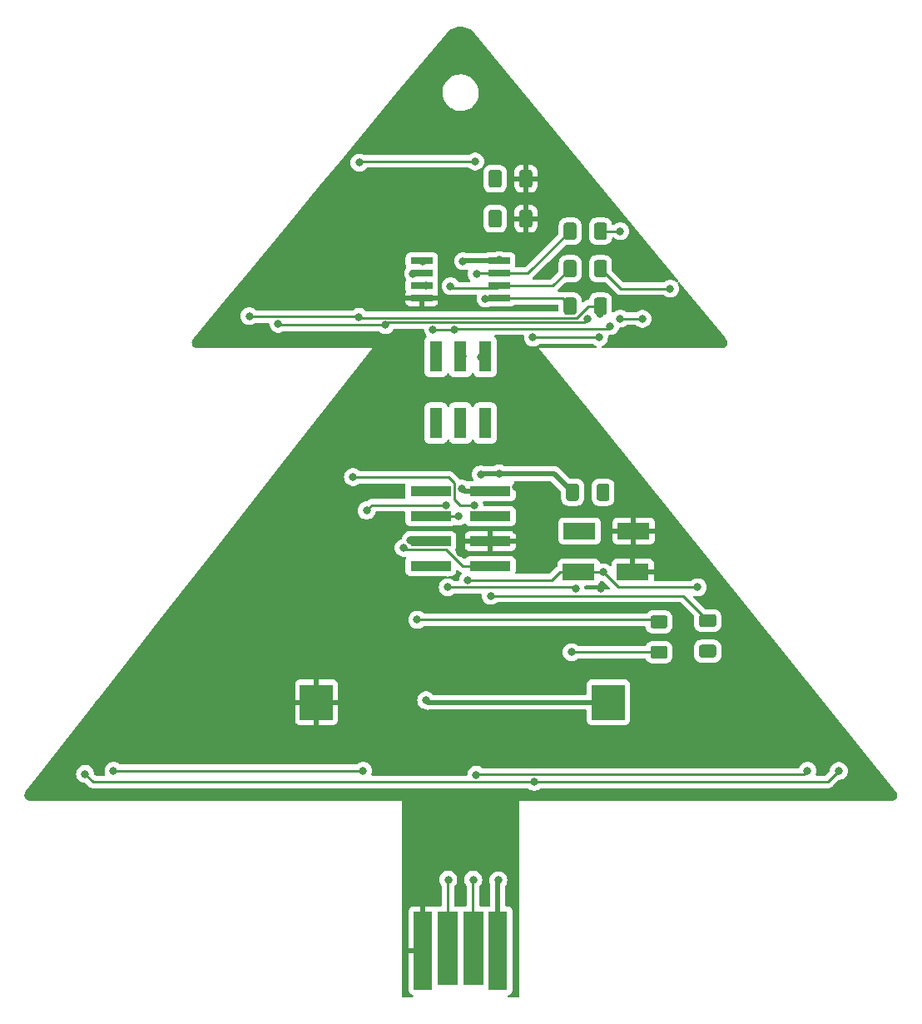
<source format=gtl>
G04 #@! TF.GenerationSoftware,KiCad,Pcbnew,7.0.2.1-36-g582732918d-dirty-deb11*
G04 #@! TF.CreationDate,2024-01-19T22:57:27+00:00*
G04 #@! TF.ProjectId,baumsatz,6261756d-7361-4747-9a2e-6b696361645f,rev?*
G04 #@! TF.SameCoordinates,Original*
G04 #@! TF.FileFunction,Copper,L1,Top*
G04 #@! TF.FilePolarity,Positive*
%FSLAX46Y46*%
G04 Gerber Fmt 4.6, Leading zero omitted, Abs format (unit mm)*
G04 Created by KiCad (PCBNEW 7.0.2.1-36-g582732918d-dirty-deb11) date 2024-01-19 22:57:27*
%MOMM*%
%LPD*%
G01*
G04 APERTURE LIST*
G04 #@! TA.AperFunction,SMDPad,CuDef*
%ADD10R,2.280000X0.650000*%
G04 #@! TD*
G04 #@! TA.AperFunction,ConnectorPad*
%ADD11R,1.900000X8.000000*%
G04 #@! TD*
G04 #@! TA.AperFunction,ConnectorPad*
%ADD12R,2.000000X7.500000*%
G04 #@! TD*
G04 #@! TA.AperFunction,SMDPad,CuDef*
%ADD13R,3.350000X3.600000*%
G04 #@! TD*
G04 #@! TA.AperFunction,SMDPad,CuDef*
%ADD14R,3.300000X1.700000*%
G04 #@! TD*
G04 #@! TA.AperFunction,SMDPad,CuDef*
%ADD15R,1.300000X3.150000*%
G04 #@! TD*
G04 #@! TA.AperFunction,SMDPad,CuDef*
%ADD16R,4.150000X1.000000*%
G04 #@! TD*
G04 #@! TA.AperFunction,ViaPad*
%ADD17C,0.800000*%
G04 #@! TD*
G04 #@! TA.AperFunction,Conductor*
%ADD18C,0.500000*%
G04 #@! TD*
G04 #@! TA.AperFunction,Conductor*
%ADD19C,0.250000*%
G04 #@! TD*
G04 APERTURE END LIST*
G04 #@! TA.AperFunction,SMDPad,CuDef*
G36*
G01*
X14900000Y-29093000D02*
X14900000Y-30343000D01*
G75*
G02*
X14650000Y-30593000I-250000J0D01*
G01*
X13850000Y-30593000D01*
G75*
G02*
X13600000Y-30343000I0J250000D01*
G01*
X13600000Y-29093000D01*
G75*
G02*
X13850000Y-28843000I250000J0D01*
G01*
X14650000Y-28843000D01*
G75*
G02*
X14900000Y-29093000I0J-250000D01*
G01*
G37*
G04 #@! TD.AperFunction*
G04 #@! TA.AperFunction,SMDPad,CuDef*
G36*
G01*
X11800000Y-29093000D02*
X11800000Y-30343000D01*
G75*
G02*
X11550000Y-30593000I-250000J0D01*
G01*
X10750000Y-30593000D01*
G75*
G02*
X10500000Y-30343000I0J250000D01*
G01*
X10500000Y-29093000D01*
G75*
G02*
X10750000Y-28843000I250000J0D01*
G01*
X11550000Y-28843000D01*
G75*
G02*
X11800000Y-29093000I0J-250000D01*
G01*
G37*
G04 #@! TD.AperFunction*
G04 #@! TA.AperFunction,SMDPad,CuDef*
G36*
G01*
X2855000Y-21478000D02*
X2855000Y-20178000D01*
G75*
G02*
X3105000Y-19928000I250000J0D01*
G01*
X3930000Y-19928000D01*
G75*
G02*
X4180000Y-20178000I0J-250000D01*
G01*
X4180000Y-21478000D01*
G75*
G02*
X3930000Y-21728000I-250000J0D01*
G01*
X3105000Y-21728000D01*
G75*
G02*
X2855000Y-21478000I0J250000D01*
G01*
G37*
G04 #@! TD.AperFunction*
G04 #@! TA.AperFunction,SMDPad,CuDef*
G36*
G01*
X5980000Y-21478000D02*
X5980000Y-20178000D01*
G75*
G02*
X6230000Y-19928000I250000J0D01*
G01*
X7055000Y-19928000D01*
G75*
G02*
X7305000Y-20178000I0J-250000D01*
G01*
X7305000Y-21478000D01*
G75*
G02*
X7055000Y-21728000I-250000J0D01*
G01*
X6230000Y-21728000D01*
G75*
G02*
X5980000Y-21478000I0J250000D01*
G01*
G37*
G04 #@! TD.AperFunction*
D10*
X-3937000Y-25095000D03*
X-3940000Y-26365000D03*
X-3940000Y-27635000D03*
X-3940000Y-28905000D03*
X3940000Y-28905000D03*
X3940000Y-27663000D03*
X3940000Y-26393000D03*
X3940000Y-25095000D03*
G04 #@! TA.AperFunction,SMDPad,CuDef*
G36*
G01*
X14900000Y-25283000D02*
X14900000Y-26533000D01*
G75*
G02*
X14650000Y-26783000I-250000J0D01*
G01*
X13850000Y-26783000D01*
G75*
G02*
X13600000Y-26533000I0J250000D01*
G01*
X13600000Y-25283000D01*
G75*
G02*
X13850000Y-25033000I250000J0D01*
G01*
X14650000Y-25033000D01*
G75*
G02*
X14900000Y-25283000I0J-250000D01*
G01*
G37*
G04 #@! TD.AperFunction*
G04 #@! TA.AperFunction,SMDPad,CuDef*
G36*
G01*
X11800000Y-25283000D02*
X11800000Y-26533000D01*
G75*
G02*
X11550000Y-26783000I-250000J0D01*
G01*
X10750000Y-26783000D01*
G75*
G02*
X10500000Y-26533000I0J250000D01*
G01*
X10500000Y-25283000D01*
G75*
G02*
X10750000Y-25033000I250000J0D01*
G01*
X11550000Y-25033000D01*
G75*
G02*
X11800000Y-25283000I0J-250000D01*
G01*
G37*
G04 #@! TD.AperFunction*
D11*
X3810000Y-95250000D03*
D12*
X1300000Y-95000000D03*
X-1300000Y-95000000D03*
D11*
X-3810000Y-95250000D03*
G04 #@! TA.AperFunction,SMDPad,CuDef*
G36*
G01*
X10754000Y-49266000D02*
X10754000Y-48016000D01*
G75*
G02*
X11004000Y-47766000I250000J0D01*
G01*
X11804000Y-47766000D01*
G75*
G02*
X12054000Y-48016000I0J-250000D01*
G01*
X12054000Y-49266000D01*
G75*
G02*
X11804000Y-49516000I-250000J0D01*
G01*
X11004000Y-49516000D01*
G75*
G02*
X10754000Y-49266000I0J250000D01*
G01*
G37*
G04 #@! TD.AperFunction*
G04 #@! TA.AperFunction,SMDPad,CuDef*
G36*
G01*
X13854000Y-49266000D02*
X13854000Y-48016000D01*
G75*
G02*
X14104000Y-47766000I250000J0D01*
G01*
X14904000Y-47766000D01*
G75*
G02*
X15154000Y-48016000I0J-250000D01*
G01*
X15154000Y-49266000D01*
G75*
G02*
X14904000Y-49516000I-250000J0D01*
G01*
X14104000Y-49516000D01*
G75*
G02*
X13854000Y-49266000I0J250000D01*
G01*
G37*
G04 #@! TD.AperFunction*
D13*
X15025000Y-70000000D03*
X-14650000Y-70000000D03*
G04 #@! TA.AperFunction,SMDPad,CuDef*
G36*
G01*
X19568000Y-61173000D02*
X20818000Y-61173000D01*
G75*
G02*
X21068000Y-61423000I0J-250000D01*
G01*
X21068000Y-62223000D01*
G75*
G02*
X20818000Y-62473000I-250000J0D01*
G01*
X19568000Y-62473000D01*
G75*
G02*
X19318000Y-62223000I0J250000D01*
G01*
X19318000Y-61423000D01*
G75*
G02*
X19568000Y-61173000I250000J0D01*
G01*
G37*
G04 #@! TD.AperFunction*
G04 #@! TA.AperFunction,SMDPad,CuDef*
G36*
G01*
X19568000Y-64273000D02*
X20818000Y-64273000D01*
G75*
G02*
X21068000Y-64523000I0J-250000D01*
G01*
X21068000Y-65323000D01*
G75*
G02*
X20818000Y-65573000I-250000J0D01*
G01*
X19568000Y-65573000D01*
G75*
G02*
X19318000Y-65323000I0J250000D01*
G01*
X19318000Y-64523000D01*
G75*
G02*
X19568000Y-64273000I250000J0D01*
G01*
G37*
G04 #@! TD.AperFunction*
D14*
X12109000Y-52578000D03*
X17609000Y-52578000D03*
D15*
X-2500000Y-34850000D03*
X0Y-34850000D03*
X2500000Y-34850000D03*
X-2500000Y-41600000D03*
X0Y-41600000D03*
X2500000Y-41600000D03*
G04 #@! TA.AperFunction,SMDPad,CuDef*
G36*
G01*
X2855000Y-17414000D02*
X2855000Y-16114000D01*
G75*
G02*
X3105000Y-15864000I250000J0D01*
G01*
X3930000Y-15864000D01*
G75*
G02*
X4180000Y-16114000I0J-250000D01*
G01*
X4180000Y-17414000D01*
G75*
G02*
X3930000Y-17664000I-250000J0D01*
G01*
X3105000Y-17664000D01*
G75*
G02*
X2855000Y-17414000I0J250000D01*
G01*
G37*
G04 #@! TD.AperFunction*
G04 #@! TA.AperFunction,SMDPad,CuDef*
G36*
G01*
X5980000Y-17414000D02*
X5980000Y-16114000D01*
G75*
G02*
X6230000Y-15864000I250000J0D01*
G01*
X7055000Y-15864000D01*
G75*
G02*
X7305000Y-16114000I0J-250000D01*
G01*
X7305000Y-17414000D01*
G75*
G02*
X7055000Y-17664000I-250000J0D01*
G01*
X6230000Y-17664000D01*
G75*
G02*
X5980000Y-17414000I0J250000D01*
G01*
G37*
G04 #@! TD.AperFunction*
G04 #@! TA.AperFunction,SMDPad,CuDef*
G36*
G01*
X14900000Y-21473000D02*
X14900000Y-22723000D01*
G75*
G02*
X14650000Y-22973000I-250000J0D01*
G01*
X13850000Y-22973000D01*
G75*
G02*
X13600000Y-22723000I0J250000D01*
G01*
X13600000Y-21473000D01*
G75*
G02*
X13850000Y-21223000I250000J0D01*
G01*
X14650000Y-21223000D01*
G75*
G02*
X14900000Y-21473000I0J-250000D01*
G01*
G37*
G04 #@! TD.AperFunction*
G04 #@! TA.AperFunction,SMDPad,CuDef*
G36*
G01*
X11800000Y-21473000D02*
X11800000Y-22723000D01*
G75*
G02*
X11550000Y-22973000I-250000J0D01*
G01*
X10750000Y-22973000D01*
G75*
G02*
X10500000Y-22723000I0J250000D01*
G01*
X10500000Y-21473000D01*
G75*
G02*
X10750000Y-21223000I250000J0D01*
G01*
X11550000Y-21223000D01*
G75*
G02*
X11800000Y-21473000I0J-250000D01*
G01*
G37*
G04 #@! TD.AperFunction*
D14*
X12026000Y-56769000D03*
X17526000Y-56769000D03*
D16*
X-3025000Y-48514000D03*
X3025000Y-48514000D03*
X-3025000Y-51054000D03*
X3025000Y-51054000D03*
X-3025000Y-53594000D03*
X3025000Y-53594000D03*
X-3025000Y-56134000D03*
X3025000Y-56134000D03*
G04 #@! TA.AperFunction,SMDPad,CuDef*
G36*
G01*
X24521000Y-61046000D02*
X25771000Y-61046000D01*
G75*
G02*
X26021000Y-61296000I0J-250000D01*
G01*
X26021000Y-62096000D01*
G75*
G02*
X25771000Y-62346000I-250000J0D01*
G01*
X24521000Y-62346000D01*
G75*
G02*
X24271000Y-62096000I0J250000D01*
G01*
X24271000Y-61296000D01*
G75*
G02*
X24521000Y-61046000I250000J0D01*
G01*
G37*
G04 #@! TD.AperFunction*
G04 #@! TA.AperFunction,SMDPad,CuDef*
G36*
G01*
X24521000Y-64146000D02*
X25771000Y-64146000D01*
G75*
G02*
X26021000Y-64396000I0J-250000D01*
G01*
X26021000Y-65196000D01*
G75*
G02*
X25771000Y-65446000I-250000J0D01*
G01*
X24521000Y-65446000D01*
G75*
G02*
X24271000Y-65196000I0J250000D01*
G01*
X24271000Y-64396000D01*
G75*
G02*
X24521000Y-64146000I250000J0D01*
G01*
G37*
G04 #@! TD.AperFunction*
D17*
X127000Y-48260000D03*
X254000Y-25146000D03*
X3517500Y-20828000D03*
X3517500Y-16764000D03*
X3937000Y-25019000D03*
X254000Y-34798000D03*
X-4826000Y-26416000D03*
X3079998Y-59182000D03*
X-5800000Y-54300000D03*
X3025026Y-56134000D03*
X-3518500Y-27605667D03*
X-4400000Y-61600000D03*
X-4400000Y-56100000D03*
X15240000Y-31750000D03*
X-35306000Y-76962000D03*
X-9560000Y-50500000D03*
X-595500Y-32092001D03*
X-1487500Y-49954498D03*
X-2794000Y-32092001D03*
X21336000Y-27940000D03*
X14250000Y-25908000D03*
X-9906000Y-76962000D03*
X-21487500Y-30734000D03*
X-38200000Y-77300000D03*
X14224000Y-30480000D03*
X1487500Y-15000000D03*
X-10340000Y-30810000D03*
X38487500Y-77000000D03*
X7500000Y-78100000D03*
X14097000Y-32893000D03*
X7366000Y-32893000D03*
X-10287000Y-15113000D03*
X1600000Y-77375500D03*
X-7620000Y-31642500D03*
X12954000Y-30988000D03*
X-10940000Y-47100000D03*
X16256000Y-30988000D03*
X18512500Y-31000000D03*
X-18542000Y-31514500D03*
X16256000Y-22098000D03*
X1400000Y-49954498D03*
X14250000Y-22098000D03*
X35306000Y-76962000D03*
X11700000Y-58400000D03*
X-1250000Y-88050000D03*
X-1300000Y-58300000D03*
X12109000Y-52578000D03*
X11303000Y-64897000D03*
X1300000Y-88050000D03*
X763000Y-57575500D03*
X14478000Y-48768000D03*
X25146000Y-64796000D03*
X14500000Y-56769000D03*
X24130000Y-58293000D03*
X2540000Y-28956000D03*
X3024974Y-51054000D03*
X-2525000Y-48514000D03*
X-1016000Y-27686000D03*
X1651000Y-26416000D03*
X-200000Y-51100000D03*
X-3810000Y-25146000D03*
X-5074000Y-53500000D03*
X-2500000Y-34850000D03*
X-3500000Y-69800000D03*
X-21050000Y-28700000D03*
X-950000Y-45300000D03*
X15700000Y-60390000D03*
X4900000Y-80950000D03*
X-9150000Y-38950000D03*
X9100000Y-67300000D03*
X0Y-13200000D03*
X-12900000Y-29300000D03*
X-21050Y-54819182D03*
X-900000Y-38100000D03*
X21900000Y-54200000D03*
X-5300000Y-74500000D03*
X5050000Y-33750000D03*
X-13810000Y-47110000D03*
X-14800000Y-55600000D03*
X-18050000Y-54060000D03*
X-11950000Y-74700000D03*
X19950000Y-26450000D03*
X8950000Y-49750000D03*
X-8100000Y-58700000D03*
X15210000Y-23930000D03*
X2500000Y-73400000D03*
X5600000Y-73400000D03*
X-18050000Y-51180000D03*
X8900000Y-38200000D03*
X15550000Y-66200000D03*
X-100000Y-73500000D03*
X-11990000Y-55600000D03*
X14300000Y-58400000D03*
X-9570000Y-53300000D03*
X-20800000Y-69400000D03*
X5600000Y-52500000D03*
X-6750000Y-45300000D03*
X41150000Y-78300000D03*
X22800000Y-29350000D03*
X21209000Y-75565000D03*
X5760000Y-60340000D03*
X5600000Y-48100000D03*
X9050000Y-55850000D03*
X-13050000Y-18450000D03*
X-26950000Y-59750000D03*
X17100000Y-29050000D03*
X-12500000Y-32900000D03*
X5600000Y-55000000D03*
X-12600000Y-65850000D03*
X31600000Y-66900000D03*
X-6700000Y-38150000D03*
X15700000Y-62650000D03*
X-8450000Y-29000000D03*
X-1600000Y-22950000D03*
X-1300000Y-17500000D03*
X84467Y-52622171D03*
X-9300000Y-16700000D03*
X-4200000Y-23000000D03*
X13750000Y-19650000D03*
X-100000Y-3900000D03*
X-4600000Y-16500000D03*
X17000000Y-32750000D03*
X5400000Y-44800000D03*
X2500000Y-66100000D03*
X2400000Y-82100000D03*
X-21900000Y-60200000D03*
X9050000Y-14700000D03*
X5700000Y-66100000D03*
X24500000Y-32700000D03*
X-31900000Y-68900000D03*
X-6700000Y-65800000D03*
X-8550000Y-13200000D03*
X25019000Y-70231000D03*
X-4300000Y-80850000D03*
X-24500000Y-32200000D03*
X1300000Y-17550000D03*
X22800000Y-63350000D03*
X9900000Y-73900000D03*
X6550000Y-23650000D03*
X-24600000Y-75900000D03*
X17650000Y-23850000D03*
X-100000Y-66100000D03*
X-4200000Y-86900000D03*
X9480000Y-60370000D03*
X1300000Y-22850000D03*
X13350000Y-76100000D03*
X-5250000Y-58750000D03*
X-40900000Y-77950000D03*
X2069500Y-34925000D03*
X3850000Y-88100000D03*
X3933818Y-46732818D03*
X2069500Y-46825780D03*
D18*
X305000Y-25095000D02*
X254000Y-25146000D01*
X381000Y-48514000D02*
X127000Y-48260000D01*
X202000Y-34850000D02*
X254000Y-34798000D01*
X3940000Y-25095000D02*
X305000Y-25095000D01*
X3025000Y-48514000D02*
X381000Y-48514000D01*
X0Y-34850000D02*
X202000Y-34850000D01*
D19*
X22632000Y-59182000D02*
X3079998Y-59182000D01*
X-5680333Y-54419667D02*
X-1514333Y-54419667D01*
X-5800000Y-54300000D02*
X-5680333Y-54419667D01*
X-1514333Y-54419667D02*
X200000Y-56134000D01*
X2525000Y-56134000D02*
X3025000Y-56134000D01*
X-3940000Y-26365000D02*
X-4775000Y-26365000D01*
X200000Y-56134000D02*
X3025026Y-56134000D01*
X-4775000Y-26365000D02*
X-4826000Y-26416000D01*
X25146000Y-61696000D02*
X22632000Y-59182000D01*
X-3025000Y-56134000D02*
X-4366000Y-56134000D01*
X-3547833Y-27635000D02*
X-3518500Y-27605667D01*
X-3940000Y-27635000D02*
X-3547833Y-27635000D01*
X19970000Y-61600000D02*
X-4400000Y-61600000D01*
X20193000Y-61823000D02*
X19970000Y-61600000D01*
X-4366000Y-56134000D02*
X-4400000Y-56100000D01*
X14986000Y-32004000D02*
X-507499Y-32004000D01*
X-2794000Y-32092001D02*
X-595500Y-32092001D01*
X21336000Y-27940000D02*
X16282000Y-27940000D01*
X15240000Y-31750000D02*
X14986000Y-32004000D01*
X-1487500Y-49954498D02*
X-9034498Y-49954498D01*
X-35306000Y-76962000D02*
X-9906000Y-76962000D01*
X-507499Y-32004000D02*
X-595500Y-32092001D01*
X16282000Y-27940000D02*
X14250000Y-25908000D01*
X-9034498Y-49954498D02*
X-9590000Y-50510000D01*
X14097000Y-32893000D02*
X7366000Y-32893000D01*
X38487500Y-77000000D02*
X37387500Y-78100000D01*
X-10174000Y-15000000D02*
X-10287000Y-15113000D01*
X12988173Y-29718000D02*
X11788173Y-30918000D01*
X-10360000Y-30790000D02*
X-10340000Y-30810000D01*
X-37400000Y-78100000D02*
X-38200000Y-77300000D01*
X14250000Y-30454000D02*
X14224000Y-30480000D01*
X1487500Y-15000000D02*
X-10174000Y-15000000D01*
X7500000Y-78100000D02*
X-37400000Y-78100000D01*
X-10232000Y-30918000D02*
X-10340000Y-30810000D01*
X14250000Y-29718000D02*
X12988173Y-29718000D01*
X-21487500Y-30734000D02*
X-21431500Y-30790000D01*
X-21431500Y-30790000D02*
X-10360000Y-30790000D01*
X37387500Y-78100000D02*
X7500000Y-78100000D01*
X11788173Y-30918000D02*
X-10232000Y-30918000D01*
X14250000Y-29718000D02*
X14250000Y-30454000D01*
X16256000Y-30988000D02*
X18500500Y-30988000D01*
X-9502Y-49954498D02*
X-625000Y-49339000D01*
X35306000Y-76962000D02*
X34917501Y-77350499D01*
X18500500Y-30988000D02*
X18512500Y-31000000D01*
X-1214000Y-47100000D02*
X-10940000Y-47100000D01*
X14250000Y-22098000D02*
X16256000Y-22098000D01*
X1400000Y-49954498D02*
X-9502Y-49954498D01*
X34917501Y-77350499D02*
X1625001Y-77350499D01*
X1625001Y-77350499D02*
X1600000Y-77375500D01*
X-7620000Y-31642500D02*
X-18414000Y-31642500D01*
X-625000Y-49339000D02*
X-625000Y-47689000D01*
X12954000Y-30988000D02*
X12574499Y-31367501D01*
X12574499Y-31367501D02*
X-7345001Y-31367501D01*
X-625000Y-47689000D02*
X-1214000Y-47100000D01*
X-18414000Y-31642500D02*
X-18542000Y-31514500D01*
X-7345001Y-31367501D02*
X-7620000Y-31642500D01*
X11600000Y-58300000D02*
X-1300000Y-58300000D01*
X-1300000Y-95982000D02*
X-1300000Y-88100000D01*
X11700000Y-58400000D02*
X11600000Y-58300000D01*
X20167000Y-64897000D02*
X20193000Y-64923000D01*
X11303000Y-64897000D02*
X20167000Y-64897000D01*
X-1300000Y-88100000D02*
X-1250000Y-88050000D01*
X14504000Y-48742000D02*
X14478000Y-48768000D01*
X24130000Y-58293000D02*
X16024000Y-58293000D01*
X10126000Y-56769000D02*
X9319500Y-57575500D01*
X1270000Y-95912000D02*
X1270000Y-88080000D01*
X1270000Y-88080000D02*
X1300000Y-88050000D01*
X12026000Y-56769000D02*
X10126000Y-56769000D01*
X14504000Y-48641000D02*
X14504000Y-48742000D01*
X16024000Y-58293000D02*
X14500000Y-56769000D01*
X9319500Y-57575500D02*
X763000Y-57575500D01*
X12026000Y-56769000D02*
X14500000Y-56769000D01*
X3940000Y-28905000D02*
X10337000Y-28905000D01*
X3940000Y-28905000D02*
X2591000Y-28905000D01*
X2591000Y-28905000D02*
X2540000Y-28956000D01*
X10337000Y-28905000D02*
X11150000Y-29718000D01*
X-819019Y-27882981D02*
X-1016000Y-27686000D01*
X3940000Y-27663000D02*
X9395000Y-27663000D01*
X9395000Y-27663000D02*
X11150000Y-25908000D01*
X3940000Y-27663000D02*
X3720019Y-27882981D01*
X3720019Y-27882981D02*
X-819019Y-27882981D01*
X-246000Y-51054000D02*
X-200000Y-51100000D01*
X3940000Y-26393000D02*
X1674000Y-26393000D01*
X-3025000Y-51054000D02*
X-246000Y-51054000D01*
X6855000Y-26393000D02*
X11150000Y-22098000D01*
X1674000Y-26393000D02*
X1651000Y-26416000D01*
X3940000Y-26393000D02*
X6855000Y-26393000D01*
X-3861000Y-25095000D02*
X-3810000Y-25146000D01*
X-3025000Y-53594000D02*
X-4980000Y-53594000D01*
X-4980000Y-53594000D02*
X-5074000Y-53500000D01*
X-3937000Y-25095000D02*
X-3861000Y-25095000D01*
D18*
X-3300000Y-70000000D02*
X-3500000Y-69800000D01*
X15025000Y-70000000D02*
X-3300000Y-70000000D01*
X9495818Y-46732818D02*
X2162462Y-46732818D01*
X2500000Y-34850000D02*
X2425000Y-34925000D01*
X11404000Y-48641000D02*
X9495818Y-46732818D01*
X3810000Y-96139000D02*
X3810000Y-88140000D01*
X2425000Y-34925000D02*
X2069500Y-34925000D01*
X3810000Y-88140000D02*
X3850000Y-88100000D01*
X2162462Y-46732818D02*
X2069500Y-46825780D01*
G04 #@! TA.AperFunction,Conductor*
G36*
X14318432Y-57659203D02*
G01*
X14404509Y-57677500D01*
X14404513Y-57677500D01*
X14460406Y-57677500D01*
X14528527Y-57697502D01*
X14549501Y-57714405D01*
X15168501Y-58333405D01*
X15202527Y-58395717D01*
X15197462Y-58466532D01*
X15154915Y-58523368D01*
X15088395Y-58548179D01*
X15079406Y-58548500D01*
X12737833Y-58548500D01*
X12669712Y-58528498D01*
X12623219Y-58474842D01*
X12612523Y-58409330D01*
X12613504Y-58400000D01*
X12599491Y-58266670D01*
X12612263Y-58196832D01*
X12660766Y-58144985D01*
X12724801Y-58127500D01*
X13724632Y-58127500D01*
X13724638Y-58127500D01*
X13724645Y-58127499D01*
X13724649Y-58127499D01*
X13785196Y-58120990D01*
X13785199Y-58120989D01*
X13785201Y-58120989D01*
X13922204Y-58069889D01*
X14039261Y-57982261D01*
X14126889Y-57865204D01*
X14174179Y-57738413D01*
X14216725Y-57681581D01*
X14283246Y-57656770D01*
X14318432Y-57659203D01*
G37*
G04 #@! TD.AperFunction*
G04 #@! TA.AperFunction,Conductor*
G36*
X240858Y-1292149D02*
G01*
X248978Y-1293212D01*
X481741Y-1339195D01*
X489644Y-1341298D01*
X714497Y-1417078D01*
X722041Y-1420179D01*
X935187Y-1524484D01*
X942268Y-1528539D01*
X1140068Y-1659585D01*
X1146585Y-1664541D01*
X1313978Y-1809924D01*
X1325717Y-1820120D01*
X1325721Y-1820123D01*
X1331535Y-1825876D01*
X1393139Y-1895323D01*
X1490360Y-2004923D01*
X1492966Y-2008060D01*
X1503017Y-2020987D01*
X1505615Y-2023355D01*
X22112181Y-27074474D01*
X22140009Y-27139790D01*
X22128107Y-27209781D01*
X22080254Y-27262227D01*
X22011643Y-27280477D01*
X21944057Y-27258735D01*
X21940812Y-27256454D01*
X21792752Y-27148882D01*
X21618288Y-27071206D01*
X21431487Y-27031500D01*
X21240513Y-27031500D01*
X21053711Y-27071206D01*
X20879247Y-27148882D01*
X20724747Y-27261133D01*
X20721437Y-27264810D01*
X20660991Y-27302050D01*
X20627800Y-27306500D01*
X16596594Y-27306500D01*
X16528473Y-27286498D01*
X16507499Y-27269595D01*
X15445404Y-26207500D01*
X15411378Y-26145188D01*
X15408499Y-26118405D01*
X15408499Y-25232455D01*
X15397887Y-25128574D01*
X15397886Y-25128572D01*
X15342115Y-24960262D01*
X15249030Y-24809348D01*
X15249029Y-24809347D01*
X15249024Y-24809341D01*
X15123658Y-24683975D01*
X15123652Y-24683970D01*
X14972738Y-24590885D01*
X14888582Y-24562999D01*
X14804427Y-24535113D01*
X14804420Y-24535112D01*
X14700553Y-24524500D01*
X13799455Y-24524500D01*
X13695574Y-24535112D01*
X13527261Y-24590885D01*
X13376347Y-24683970D01*
X13376341Y-24683975D01*
X13250975Y-24809341D01*
X13250970Y-24809347D01*
X13157885Y-24960262D01*
X13102113Y-25128572D01*
X13102112Y-25128579D01*
X13091500Y-25232446D01*
X13091500Y-26583544D01*
X13102112Y-26687425D01*
X13157885Y-26855738D01*
X13250970Y-27006652D01*
X13250975Y-27006658D01*
X13376341Y-27132024D01*
X13376347Y-27132029D01*
X13376348Y-27132030D01*
X13527262Y-27225115D01*
X13695574Y-27280887D01*
X13799455Y-27291500D01*
X14685404Y-27291499D01*
X14753525Y-27311501D01*
X14774499Y-27328404D01*
X15774755Y-28328660D01*
X15784720Y-28341097D01*
X15784947Y-28340910D01*
X15789999Y-28347017D01*
X15841079Y-28394984D01*
X15862223Y-28416129D01*
X15862227Y-28416132D01*
X15862230Y-28416135D01*
X15867782Y-28420442D01*
X15872269Y-28424273D01*
X15894959Y-28445581D01*
X15906677Y-28456585D01*
X15906679Y-28456586D01*
X15924428Y-28466343D01*
X15940953Y-28477198D01*
X15956959Y-28489614D01*
X15998686Y-28507670D01*
X16000262Y-28508352D01*
X16005583Y-28510958D01*
X16046940Y-28533695D01*
X16046948Y-28533697D01*
X16066558Y-28538732D01*
X16085267Y-28545137D01*
X16103855Y-28553181D01*
X16150477Y-28560564D01*
X16156262Y-28561763D01*
X16201970Y-28573500D01*
X16222224Y-28573500D01*
X16241934Y-28575051D01*
X16244141Y-28575400D01*
X16261943Y-28578220D01*
X16295870Y-28575012D01*
X16308917Y-28573780D01*
X16314850Y-28573500D01*
X20627800Y-28573500D01*
X20695921Y-28593502D01*
X20721437Y-28615190D01*
X20724747Y-28618866D01*
X20879248Y-28731118D01*
X21053712Y-28808794D01*
X21240513Y-28848500D01*
X21431487Y-28848500D01*
X21618288Y-28808794D01*
X21792752Y-28731118D01*
X21947253Y-28618866D01*
X21988101Y-28573500D01*
X22075034Y-28476951D01*
X22075035Y-28476949D01*
X22075040Y-28476944D01*
X22170527Y-28311556D01*
X22229542Y-28129928D01*
X22249504Y-27940000D01*
X22229542Y-27750072D01*
X22170527Y-27568444D01*
X22114274Y-27471012D01*
X22097538Y-27402022D01*
X22120758Y-27334930D01*
X22176565Y-27291042D01*
X22247240Y-27284293D01*
X22310344Y-27316825D01*
X22320703Y-27327972D01*
X26520509Y-32433617D01*
X26913802Y-32911739D01*
X26980847Y-32993244D01*
X26985503Y-33000352D01*
X26989790Y-33004641D01*
X26994986Y-33010532D01*
X27051230Y-33082928D01*
X27071336Y-33108807D01*
X27087358Y-33135805D01*
X27132299Y-33239012D01*
X27141149Y-33269133D01*
X27159179Y-33380238D01*
X27160308Y-33411611D01*
X27150311Y-33523729D01*
X27143649Y-33554410D01*
X27106243Y-33660578D01*
X27092203Y-33688657D01*
X27029715Y-33782278D01*
X27009169Y-33806015D01*
X26925473Y-33881284D01*
X26899697Y-33899205D01*
X26799989Y-33951448D01*
X26770583Y-33962440D01*
X26661063Y-33988410D01*
X26629850Y-33991792D01*
X26514050Y-33989824D01*
X26511016Y-33989500D01*
X26509709Y-33989500D01*
X26496199Y-33988539D01*
X26485065Y-33989500D01*
X14460636Y-33989500D01*
X14392515Y-33969498D01*
X14346022Y-33915842D01*
X14335918Y-33845568D01*
X14365412Y-33780988D01*
X14409387Y-33748393D01*
X14553752Y-33684118D01*
X14708253Y-33571866D01*
X14720643Y-33558106D01*
X14836034Y-33429951D01*
X14836035Y-33429949D01*
X14836040Y-33429944D01*
X14931527Y-33264556D01*
X14990542Y-33082928D01*
X15010504Y-32893000D01*
X15000349Y-32796380D01*
X15013121Y-32726543D01*
X15061623Y-32674696D01*
X15130456Y-32657302D01*
X15138843Y-32657903D01*
X15144509Y-32658499D01*
X15144513Y-32658500D01*
X15144517Y-32658500D01*
X15335487Y-32658500D01*
X15522288Y-32618794D01*
X15696752Y-32541118D01*
X15851253Y-32428866D01*
X15892287Y-32383293D01*
X15979034Y-32286951D01*
X15979035Y-32286949D01*
X15979040Y-32286944D01*
X16074527Y-32121556D01*
X16119364Y-31983562D01*
X16159438Y-31924958D01*
X16224835Y-31897321D01*
X16239197Y-31896500D01*
X16351487Y-31896500D01*
X16538288Y-31856794D01*
X16712752Y-31779118D01*
X16867253Y-31666866D01*
X16870563Y-31663190D01*
X16931009Y-31625950D01*
X16964200Y-31621500D01*
X17793496Y-31621500D01*
X17861617Y-31641502D01*
X17887128Y-31663186D01*
X17901245Y-31678864D01*
X17901249Y-31678868D01*
X18004247Y-31753700D01*
X18055748Y-31791118D01*
X18230212Y-31868794D01*
X18417013Y-31908500D01*
X18607987Y-31908500D01*
X18794788Y-31868794D01*
X18969252Y-31791118D01*
X19123753Y-31678866D01*
X19175406Y-31621500D01*
X19251534Y-31536951D01*
X19251535Y-31536949D01*
X19251540Y-31536944D01*
X19347027Y-31371556D01*
X19406042Y-31189928D01*
X19426004Y-31000000D01*
X19406042Y-30810072D01*
X19347027Y-30628444D01*
X19251540Y-30463056D01*
X19251538Y-30463054D01*
X19251534Y-30463048D01*
X19123755Y-30321135D01*
X18969252Y-30208882D01*
X18794788Y-30131206D01*
X18607987Y-30091500D01*
X18417013Y-30091500D01*
X18230211Y-30131206D01*
X18055747Y-30208882D01*
X17901249Y-30321132D01*
X17900131Y-30322139D01*
X17899343Y-30322517D01*
X17895905Y-30325015D01*
X17895448Y-30324386D01*
X17836122Y-30352854D01*
X17815823Y-30354500D01*
X16964200Y-30354500D01*
X16896079Y-30334498D01*
X16870563Y-30312810D01*
X16867252Y-30309133D01*
X16712752Y-30196882D01*
X16538288Y-30119206D01*
X16351487Y-30079500D01*
X16160513Y-30079500D01*
X15973711Y-30119206D01*
X15799247Y-30196882D01*
X15644745Y-30309134D01*
X15628133Y-30327584D01*
X15567686Y-30364822D01*
X15496702Y-30363468D01*
X15437719Y-30323953D01*
X15409462Y-30258822D01*
X15408499Y-30243285D01*
X15408499Y-29042456D01*
X15397887Y-28938574D01*
X15342115Y-28770262D01*
X15249030Y-28619348D01*
X15249029Y-28619347D01*
X15249024Y-28619341D01*
X15123658Y-28493975D01*
X15123652Y-28493970D01*
X15096060Y-28476951D01*
X14972738Y-28400885D01*
X14864032Y-28364864D01*
X14804427Y-28345113D01*
X14804420Y-28345112D01*
X14700553Y-28334500D01*
X13799455Y-28334500D01*
X13695574Y-28345112D01*
X13527261Y-28400885D01*
X13376347Y-28493970D01*
X13376341Y-28493975D01*
X13250975Y-28619341D01*
X13250970Y-28619347D01*
X13182030Y-28731117D01*
X13157885Y-28770262D01*
X13102113Y-28938574D01*
X13098768Y-28971309D01*
X13071948Y-29037041D01*
X13013845Y-29077840D01*
X12973422Y-29084500D01*
X12948317Y-29084500D01*
X12948313Y-29084500D01*
X12948303Y-29084501D01*
X12941352Y-29085379D01*
X12935440Y-29085844D01*
X12888285Y-29087326D01*
X12888283Y-29087327D01*
X12868828Y-29092978D01*
X12849475Y-29096986D01*
X12829383Y-29099524D01*
X12829375Y-29099526D01*
X12785509Y-29116893D01*
X12779894Y-29118816D01*
X12734580Y-29131982D01*
X12734575Y-29131984D01*
X12717136Y-29142297D01*
X12699391Y-29150990D01*
X12680553Y-29158449D01*
X12658451Y-29174507D01*
X12642385Y-29186180D01*
X12637434Y-29189433D01*
X12596813Y-29213455D01*
X12582480Y-29227787D01*
X12567454Y-29240620D01*
X12551068Y-29252526D01*
X12551064Y-29252529D01*
X12531582Y-29276079D01*
X12472748Y-29315816D01*
X12401770Y-29317437D01*
X12341183Y-29280427D01*
X12310223Y-29216536D01*
X12308499Y-29195762D01*
X12308499Y-29042455D01*
X12297887Y-28938574D01*
X12268040Y-28848500D01*
X12242115Y-28770262D01*
X12149030Y-28619348D01*
X12149029Y-28619347D01*
X12149024Y-28619341D01*
X12023658Y-28493975D01*
X12023652Y-28493970D01*
X11996060Y-28476951D01*
X11872738Y-28400885D01*
X11764032Y-28364864D01*
X11704427Y-28345113D01*
X11704420Y-28345112D01*
X11600553Y-28334500D01*
X10699453Y-28334500D01*
X10666681Y-28337848D01*
X10596880Y-28324871D01*
X10593179Y-28322915D01*
X10572060Y-28311304D01*
X10552436Y-28306266D01*
X10533736Y-28299864D01*
X10515145Y-28291819D01*
X10515143Y-28291818D01*
X10515142Y-28291818D01*
X10468542Y-28284437D01*
X10462729Y-28283233D01*
X10417030Y-28271500D01*
X10396776Y-28271500D01*
X10377066Y-28269949D01*
X10357057Y-28266780D01*
X10357056Y-28266780D01*
X10310083Y-28271220D01*
X10304150Y-28271500D01*
X9986593Y-28271500D01*
X9918472Y-28251498D01*
X9871979Y-28197842D01*
X9861875Y-28127568D01*
X9891369Y-28062988D01*
X9897483Y-28056419D01*
X10625501Y-27328401D01*
X10687810Y-27294379D01*
X10714583Y-27291499D01*
X11600544Y-27291499D01*
X11704426Y-27280887D01*
X11872738Y-27225115D01*
X12023652Y-27132030D01*
X12149030Y-27006652D01*
X12242115Y-26855738D01*
X12297887Y-26687426D01*
X12308500Y-26583545D01*
X12308499Y-25232456D01*
X12297887Y-25128574D01*
X12242115Y-24960262D01*
X12149030Y-24809348D01*
X12149029Y-24809347D01*
X12149024Y-24809341D01*
X12023658Y-24683975D01*
X12023652Y-24683970D01*
X11872738Y-24590885D01*
X11788582Y-24562999D01*
X11704427Y-24535113D01*
X11704420Y-24535112D01*
X11600553Y-24524500D01*
X10699455Y-24524500D01*
X10595574Y-24535112D01*
X10427261Y-24590885D01*
X10276347Y-24683970D01*
X10276341Y-24683975D01*
X10150975Y-24809341D01*
X10150970Y-24809347D01*
X10057885Y-24960262D01*
X10002113Y-25128572D01*
X10002112Y-25128579D01*
X9991500Y-25232446D01*
X9991500Y-26118403D01*
X9971498Y-26186524D01*
X9954596Y-26207498D01*
X9169500Y-26992595D01*
X9107187Y-27026620D01*
X9080404Y-27029500D01*
X7418593Y-27029500D01*
X7350472Y-27009498D01*
X7303979Y-26955842D01*
X7293875Y-26885568D01*
X7323369Y-26820988D01*
X7329498Y-26814405D01*
X8911457Y-25232446D01*
X10625500Y-23518402D01*
X10687810Y-23484378D01*
X10714583Y-23481499D01*
X11600544Y-23481499D01*
X11704426Y-23470887D01*
X11872738Y-23415115D01*
X12023652Y-23322030D01*
X12149030Y-23196652D01*
X12242115Y-23045738D01*
X12297887Y-22877426D01*
X12308500Y-22773545D01*
X12308500Y-22773544D01*
X13091500Y-22773544D01*
X13102112Y-22877425D01*
X13157885Y-23045738D01*
X13250970Y-23196652D01*
X13250975Y-23196658D01*
X13376341Y-23322024D01*
X13376347Y-23322029D01*
X13376348Y-23322030D01*
X13527262Y-23415115D01*
X13695574Y-23470887D01*
X13799455Y-23481500D01*
X14700544Y-23481499D01*
X14804426Y-23470887D01*
X14972738Y-23415115D01*
X15123652Y-23322030D01*
X15249030Y-23196652D01*
X15342115Y-23045738D01*
X15397887Y-22877426D01*
X15401231Y-22844690D01*
X15428052Y-22778959D01*
X15486155Y-22738160D01*
X15526578Y-22731500D01*
X15547800Y-22731500D01*
X15615921Y-22751502D01*
X15641437Y-22773190D01*
X15644747Y-22776866D01*
X15799248Y-22889118D01*
X15973712Y-22966794D01*
X16160513Y-23006500D01*
X16351487Y-23006500D01*
X16538288Y-22966794D01*
X16712752Y-22889118D01*
X16867253Y-22776866D01*
X16995040Y-22634944D01*
X17090527Y-22469556D01*
X17149542Y-22287928D01*
X17169504Y-22098000D01*
X17149542Y-21908072D01*
X17090527Y-21726444D01*
X16995040Y-21561056D01*
X16995038Y-21561054D01*
X16995034Y-21561048D01*
X16867255Y-21419135D01*
X16712752Y-21306882D01*
X16538288Y-21229206D01*
X16351487Y-21189500D01*
X16160513Y-21189500D01*
X15973711Y-21229206D01*
X15799247Y-21306882D01*
X15644747Y-21419133D01*
X15641437Y-21422810D01*
X15580991Y-21460050D01*
X15547800Y-21464500D01*
X15526579Y-21464500D01*
X15458458Y-21444498D01*
X15411965Y-21390842D01*
X15401231Y-21351306D01*
X15397887Y-21318574D01*
X15368274Y-21229206D01*
X15342115Y-21150262D01*
X15249030Y-20999348D01*
X15249029Y-20999347D01*
X15249024Y-20999341D01*
X15123658Y-20873975D01*
X15123652Y-20873970D01*
X14972738Y-20780885D01*
X14888582Y-20752999D01*
X14804427Y-20725113D01*
X14804420Y-20725112D01*
X14700553Y-20714500D01*
X13799455Y-20714500D01*
X13695574Y-20725112D01*
X13527261Y-20780885D01*
X13376347Y-20873970D01*
X13376341Y-20873975D01*
X13250975Y-20999341D01*
X13250970Y-20999347D01*
X13157885Y-21150262D01*
X13102113Y-21318572D01*
X13102112Y-21318579D01*
X13091500Y-21422446D01*
X13091500Y-22773544D01*
X12308500Y-22773544D01*
X12308499Y-21422456D01*
X12305269Y-21390842D01*
X12297887Y-21318574D01*
X12268274Y-21229206D01*
X12242115Y-21150262D01*
X12149030Y-20999348D01*
X12149029Y-20999347D01*
X12149024Y-20999341D01*
X12023658Y-20873975D01*
X12023652Y-20873970D01*
X11872738Y-20780885D01*
X11788582Y-20752999D01*
X11704427Y-20725113D01*
X11704420Y-20725112D01*
X11600553Y-20714500D01*
X10699455Y-20714500D01*
X10595574Y-20725112D01*
X10427261Y-20780885D01*
X10276347Y-20873970D01*
X10276341Y-20873975D01*
X10150975Y-20999341D01*
X10150970Y-20999347D01*
X10057885Y-21150262D01*
X10002113Y-21318572D01*
X10002112Y-21318579D01*
X9991500Y-21422446D01*
X9991500Y-22308404D01*
X9971498Y-22376525D01*
X9954595Y-22397499D01*
X6629500Y-25722595D01*
X6567188Y-25756621D01*
X6540405Y-25759500D01*
X5677566Y-25759500D01*
X5609445Y-25739498D01*
X5562952Y-25685842D01*
X5552848Y-25615568D01*
X5559511Y-25589467D01*
X5581988Y-25529204D01*
X5581990Y-25529196D01*
X5588499Y-25468649D01*
X5588500Y-25468632D01*
X5588500Y-24721367D01*
X5588499Y-24721350D01*
X5581990Y-24660803D01*
X5581988Y-24660795D01*
X5535110Y-24535113D01*
X5530889Y-24523796D01*
X5530888Y-24523794D01*
X5530887Y-24523792D01*
X5443261Y-24406738D01*
X5326207Y-24319112D01*
X5326202Y-24319110D01*
X5189204Y-24268011D01*
X5189196Y-24268009D01*
X5128649Y-24261500D01*
X5128638Y-24261500D01*
X4480963Y-24261500D01*
X4412842Y-24241498D01*
X4406903Y-24237437D01*
X4393752Y-24227882D01*
X4219288Y-24150206D01*
X4032487Y-24110500D01*
X3841513Y-24110500D01*
X3654711Y-24150206D01*
X3480248Y-24227882D01*
X3467097Y-24237437D01*
X3400229Y-24261295D01*
X3393037Y-24261500D01*
X2751350Y-24261500D01*
X2690803Y-24268009D01*
X2690795Y-24268011D01*
X2553795Y-24319111D01*
X2550169Y-24321091D01*
X2489790Y-24336500D01*
X696248Y-24336500D01*
X644999Y-24325607D01*
X536288Y-24277206D01*
X349487Y-24237500D01*
X158513Y-24237500D01*
X-28288Y-24277206D01*
X-202752Y-24354882D01*
X-357255Y-24467135D01*
X-485034Y-24609048D01*
X-485038Y-24609054D01*
X-485040Y-24609056D01*
X-580527Y-24774444D01*
X-639542Y-24956072D01*
X-659504Y-25146000D01*
X-639542Y-25335928D01*
X-580527Y-25517556D01*
X-485040Y-25682944D01*
X-357253Y-25824866D01*
X-202752Y-25937118D01*
X-28288Y-26014794D01*
X158513Y-26054500D01*
X349487Y-26054500D01*
X536288Y-26014794D01*
X616588Y-25979041D01*
X686955Y-25969607D01*
X751253Y-25999713D01*
X789066Y-26059801D01*
X788391Y-26130795D01*
X787671Y-26133084D01*
X757457Y-26226071D01*
X737496Y-26416000D01*
X757457Y-26605927D01*
X783939Y-26687427D01*
X816473Y-26787556D01*
X835105Y-26819827D01*
X911958Y-26952941D01*
X911965Y-26952951D01*
X989598Y-27039171D01*
X1020316Y-27103178D01*
X1011551Y-27173632D01*
X966088Y-27228163D01*
X898361Y-27249458D01*
X895962Y-27249481D01*
X-146234Y-27249481D01*
X-214355Y-27229479D01*
X-255351Y-27186482D01*
X-263935Y-27171614D01*
X-276958Y-27149058D01*
X-276965Y-27149048D01*
X-404744Y-27007135D01*
X-559247Y-26894882D01*
X-733711Y-26817206D01*
X-920513Y-26777500D01*
X-1111487Y-26777500D01*
X-1298288Y-26817206D01*
X-1472752Y-26894882D01*
X-1627255Y-27007135D01*
X-1755034Y-27149048D01*
X-1755038Y-27149054D01*
X-1755040Y-27149056D01*
X-1850527Y-27314444D01*
X-1909542Y-27496072D01*
X-1929504Y-27686000D01*
X-1909542Y-27875928D01*
X-1850527Y-28057556D01*
X-1755040Y-28222944D01*
X-1755035Y-28222949D01*
X-1755034Y-28222951D01*
X-1627255Y-28364864D01*
X-1627253Y-28364866D01*
X-1472752Y-28477118D01*
X-1298288Y-28554794D01*
X-1111487Y-28594500D01*
X-920513Y-28594500D01*
X-733712Y-28554794D01*
X-733710Y-28554793D01*
X-733709Y-28554793D01*
X-672124Y-28527374D01*
X-620876Y-28516481D01*
X1554131Y-28516481D01*
X1622252Y-28536483D01*
X1668745Y-28590139D01*
X1678849Y-28660413D01*
X1673964Y-28681418D01*
X1646457Y-28766072D01*
X1626496Y-28956000D01*
X1646457Y-29145927D01*
X1662650Y-29195762D01*
X1705473Y-29327556D01*
X1705476Y-29327561D01*
X1800958Y-29492941D01*
X1800965Y-29492951D01*
X1928744Y-29634864D01*
X1989999Y-29679368D01*
X2083248Y-29747118D01*
X2257712Y-29824794D01*
X2444513Y-29864500D01*
X2635487Y-29864500D01*
X2822288Y-29824794D01*
X2991643Y-29749392D01*
X3042890Y-29738500D01*
X5128632Y-29738500D01*
X5128638Y-29738500D01*
X5128645Y-29738499D01*
X5128649Y-29738499D01*
X5189196Y-29731990D01*
X5189199Y-29731989D01*
X5189201Y-29731989D01*
X5326204Y-29680889D01*
X5326799Y-29680444D01*
X5387686Y-29634864D01*
X5443261Y-29593261D01*
X5443262Y-29593260D01*
X5446460Y-29588989D01*
X5503296Y-29546443D01*
X5547326Y-29538500D01*
X9865500Y-29538500D01*
X9933621Y-29558502D01*
X9980114Y-29612158D01*
X9991500Y-29664500D01*
X9991501Y-30158500D01*
X9971499Y-30226621D01*
X9917844Y-30273114D01*
X9865501Y-30284500D01*
X-9534557Y-30284500D01*
X-9602678Y-30264498D01*
X-9628194Y-30242810D01*
X-9728747Y-30131133D01*
X-9883247Y-30018882D01*
X-10057711Y-29941206D01*
X-10244513Y-29901500D01*
X-10435487Y-29901500D01*
X-10622288Y-29941206D01*
X-10796752Y-30018882D01*
X-10953045Y-30132436D01*
X-11019913Y-30156294D01*
X-11027106Y-30156500D01*
X-20728878Y-30156500D01*
X-20796999Y-30136498D01*
X-20822515Y-30114810D01*
X-20876247Y-30055133D01*
X-21030747Y-29942882D01*
X-21205211Y-29865206D01*
X-21392013Y-29825500D01*
X-21582987Y-29825500D01*
X-21769788Y-29865206D01*
X-21944252Y-29942882D01*
X-22098755Y-30055135D01*
X-22226534Y-30197048D01*
X-22226538Y-30197054D01*
X-22226540Y-30197056D01*
X-22322027Y-30362444D01*
X-22381042Y-30544072D01*
X-22401004Y-30734000D01*
X-22381042Y-30923928D01*
X-22322027Y-31105556D01*
X-22226540Y-31270944D01*
X-22226535Y-31270949D01*
X-22226534Y-31270951D01*
X-22135949Y-31371556D01*
X-22098753Y-31412866D01*
X-21944252Y-31525118D01*
X-21769788Y-31602794D01*
X-21582987Y-31642500D01*
X-21392013Y-31642500D01*
X-21205212Y-31602794D01*
X-21030748Y-31525118D01*
X-21030745Y-31525116D01*
X-21030743Y-31525115D01*
X-20924004Y-31447564D01*
X-20857137Y-31423706D01*
X-20849943Y-31423500D01*
X-19578519Y-31423500D01*
X-19510398Y-31443502D01*
X-19463905Y-31497158D01*
X-19453209Y-31536326D01*
X-19435542Y-31704428D01*
X-19376527Y-31886056D01*
X-19281040Y-32051444D01*
X-19281035Y-32051449D01*
X-19281034Y-32051451D01*
X-19165782Y-32179451D01*
X-19153253Y-32193366D01*
X-18998752Y-32305618D01*
X-18824288Y-32383294D01*
X-18637487Y-32423000D01*
X-18446513Y-32423000D01*
X-18259712Y-32383294D01*
X-18085248Y-32305618D01*
X-18085247Y-32305617D01*
X-18085246Y-32305617D01*
X-18085242Y-32305614D01*
X-18077601Y-32300063D01*
X-18010733Y-32276205D01*
X-18003542Y-32276000D01*
X-8328200Y-32276000D01*
X-8260079Y-32296002D01*
X-8234562Y-32317690D01*
X-8231253Y-32321366D01*
X-8076752Y-32433618D01*
X-7902288Y-32511294D01*
X-7715487Y-32551000D01*
X-7524513Y-32551000D01*
X-7337712Y-32511294D01*
X-7163248Y-32433618D01*
X-7008747Y-32321366D01*
X-7008744Y-32321364D01*
X-6880965Y-32179451D01*
X-6880962Y-32179447D01*
X-6880960Y-32179444D01*
X-6814308Y-32064000D01*
X-6762925Y-32015007D01*
X-6705189Y-32001001D01*
X-3830519Y-32001001D01*
X-3762398Y-32021003D01*
X-3715905Y-32074659D01*
X-3705209Y-32113827D01*
X-3687542Y-32281929D01*
X-3628527Y-32463557D01*
X-3533040Y-32628945D01*
X-3465273Y-32704207D01*
X-3434557Y-32768214D01*
X-3443320Y-32838667D01*
X-3483400Y-32889384D01*
X-3513260Y-32911737D01*
X-3600887Y-33028792D01*
X-3600888Y-33028794D01*
X-3600889Y-33028796D01*
X-3605440Y-33040998D01*
X-3651988Y-33165795D01*
X-3651990Y-33165803D01*
X-3654989Y-33193704D01*
X-3658500Y-33226362D01*
X-3658500Y-36473638D01*
X-3651989Y-36534201D01*
X-3600889Y-36671204D01*
X-3513261Y-36788261D01*
X-3396204Y-36875889D01*
X-3259201Y-36926989D01*
X-3259199Y-36926989D01*
X-3259196Y-36926990D01*
X-3198649Y-36933499D01*
X-3198645Y-36933499D01*
X-3198638Y-36933500D01*
X-3198632Y-36933500D01*
X-1801368Y-36933500D01*
X-1801362Y-36933500D01*
X-1801355Y-36933499D01*
X-1801350Y-36933499D01*
X-1740803Y-36926990D01*
X-1740795Y-36926988D01*
X-1662875Y-36897924D01*
X-1603796Y-36875889D01*
X-1603794Y-36875888D01*
X-1603792Y-36875887D01*
X-1486738Y-36788261D01*
X-1399112Y-36671207D01*
X-1399110Y-36671203D01*
X-1368055Y-36587941D01*
X-1325509Y-36531105D01*
X-1258988Y-36506295D01*
X-1189614Y-36521387D01*
X-1139412Y-36571589D01*
X-1131945Y-36587941D01*
X-1100889Y-36671204D01*
X-1013261Y-36788261D01*
X-896204Y-36875889D01*
X-759201Y-36926989D01*
X-759199Y-36926989D01*
X-759196Y-36926990D01*
X-698649Y-36933499D01*
X-698645Y-36933499D01*
X-698638Y-36933500D01*
X-698632Y-36933500D01*
X698632Y-36933500D01*
X698638Y-36933500D01*
X698645Y-36933499D01*
X698649Y-36933499D01*
X759196Y-36926990D01*
X759199Y-36926989D01*
X759201Y-36926989D01*
X896204Y-36875889D01*
X1013261Y-36788261D01*
X1100889Y-36671204D01*
X1131945Y-36587941D01*
X1174491Y-36531105D01*
X1241012Y-36506295D01*
X1310386Y-36521387D01*
X1360588Y-36571589D01*
X1368055Y-36587941D01*
X1399110Y-36671203D01*
X1399112Y-36671207D01*
X1486738Y-36788261D01*
X1603792Y-36875887D01*
X1603794Y-36875888D01*
X1603796Y-36875889D01*
X1662875Y-36897924D01*
X1740795Y-36926988D01*
X1740803Y-36926990D01*
X1801350Y-36933499D01*
X1801355Y-36933499D01*
X1801362Y-36933500D01*
X1801368Y-36933500D01*
X3198632Y-36933500D01*
X3198638Y-36933500D01*
X3198645Y-36933499D01*
X3198649Y-36933499D01*
X3259196Y-36926990D01*
X3259199Y-36926989D01*
X3259201Y-36926989D01*
X3396204Y-36875889D01*
X3513261Y-36788261D01*
X3600889Y-36671204D01*
X3651989Y-36534201D01*
X3658500Y-36473638D01*
X3658500Y-33226362D01*
X3654989Y-33193704D01*
X3651990Y-33165803D01*
X3651988Y-33165795D01*
X3605440Y-33040998D01*
X3600889Y-33028796D01*
X3600888Y-33028794D01*
X3600887Y-33028792D01*
X3513262Y-32911740D01*
X3503828Y-32904678D01*
X3449981Y-32864368D01*
X3407435Y-32807532D01*
X3402371Y-32736716D01*
X3436396Y-32674404D01*
X3498708Y-32640379D01*
X3525491Y-32637500D01*
X6339413Y-32637500D01*
X6407534Y-32657502D01*
X6454027Y-32711158D01*
X6464722Y-32776669D01*
X6458207Y-32838667D01*
X6452496Y-32893000D01*
X6472457Y-33082927D01*
X6487236Y-33128410D01*
X6531473Y-33264556D01*
X6531476Y-33264561D01*
X6626958Y-33429941D01*
X6626965Y-33429951D01*
X6754744Y-33571864D01*
X6754747Y-33571866D01*
X6909248Y-33684118D01*
X7083712Y-33761794D01*
X7270513Y-33801500D01*
X7461487Y-33801500D01*
X7648288Y-33761794D01*
X7822752Y-33684118D01*
X7977253Y-33571866D01*
X7980563Y-33568190D01*
X8041009Y-33530950D01*
X8074200Y-33526500D01*
X13388800Y-33526500D01*
X13456921Y-33546502D01*
X13482437Y-33568190D01*
X13485747Y-33571866D01*
X13640248Y-33684118D01*
X13784613Y-33748393D01*
X13838709Y-33794373D01*
X13859358Y-33862300D01*
X13840006Y-33930609D01*
X13786795Y-33977610D01*
X13733364Y-33989500D01*
X8012037Y-33989500D01*
X8005302Y-33989139D01*
X8001046Y-33988681D01*
X7997390Y-33989580D01*
X7993285Y-33991029D01*
X7992388Y-33991292D01*
X7992155Y-33991501D01*
X7991803Y-33992353D01*
X7988901Y-33998418D01*
X7988459Y-33999226D01*
X7988443Y-33999539D01*
X7988800Y-34000401D01*
X7990235Y-34004467D01*
X7991853Y-34007927D01*
X7994854Y-34010926D01*
X7999373Y-34015954D01*
X14258183Y-41780444D01*
X44410625Y-79267264D01*
X44436816Y-79326047D01*
X44448829Y-79400051D01*
X44449959Y-79431429D01*
X44439963Y-79543548D01*
X44433301Y-79574227D01*
X44395897Y-79680396D01*
X44381856Y-79708479D01*
X44319364Y-79802103D01*
X44298817Y-79825841D01*
X44215115Y-79901112D01*
X44189336Y-79919033D01*
X44089629Y-79971270D01*
X44060220Y-79982262D01*
X44029629Y-79989514D01*
X43999727Y-79996602D01*
X43970665Y-80000000D01*
X26029553Y-80000000D01*
X6027127Y-79989514D01*
X6022720Y-79988635D01*
X6000000Y-79988634D01*
X5995585Y-79990464D01*
X5991969Y-79991959D01*
X5991966Y-79991961D01*
X5991966Y-79991962D01*
X5991964Y-79991963D01*
X5990361Y-79995833D01*
X5988634Y-79999993D01*
X5988624Y-80022709D01*
X5989500Y-80027118D01*
X5989500Y-99863500D01*
X5969498Y-99931621D01*
X5915842Y-99978114D01*
X5863500Y-99989500D01*
X4930780Y-99989500D01*
X4862659Y-99969498D01*
X4816166Y-99915842D01*
X4806062Y-99845568D01*
X4835556Y-99780988D01*
X4886747Y-99745445D01*
X4947547Y-99722767D01*
X5006204Y-99700889D01*
X5006799Y-99700444D01*
X5123261Y-99613261D01*
X5210887Y-99496207D01*
X5210887Y-99496206D01*
X5210889Y-99496204D01*
X5261989Y-99359201D01*
X5262001Y-99359096D01*
X5268499Y-99298649D01*
X5268500Y-99298632D01*
X5268500Y-91201367D01*
X5268499Y-91201350D01*
X5261990Y-91140803D01*
X5261988Y-91140795D01*
X5210978Y-91004035D01*
X5210889Y-91003796D01*
X5210888Y-91003794D01*
X5210887Y-91003792D01*
X5123261Y-90886738D01*
X5006207Y-90799112D01*
X5006202Y-90799110D01*
X4869204Y-90748011D01*
X4869196Y-90748009D01*
X4808649Y-90741500D01*
X4808638Y-90741500D01*
X4694500Y-90741500D01*
X4626379Y-90721498D01*
X4579886Y-90667842D01*
X4568500Y-90615500D01*
X4568500Y-88706154D01*
X4586938Y-88643356D01*
X4585738Y-88642663D01*
X4589040Y-88636944D01*
X4684527Y-88471556D01*
X4743542Y-88289928D01*
X4763504Y-88100000D01*
X4743542Y-87910072D01*
X4684527Y-87728444D01*
X4589040Y-87563056D01*
X4589038Y-87563054D01*
X4589034Y-87563048D01*
X4461255Y-87421135D01*
X4306752Y-87308882D01*
X4132288Y-87231206D01*
X3945487Y-87191500D01*
X3754513Y-87191500D01*
X3567711Y-87231206D01*
X3393247Y-87308882D01*
X3238744Y-87421135D01*
X3110965Y-87563048D01*
X3110958Y-87563058D01*
X3015476Y-87728438D01*
X3015473Y-87728445D01*
X2956457Y-87910072D01*
X2936496Y-88100000D01*
X2956457Y-88289927D01*
X2994384Y-88406653D01*
X3015472Y-88471554D01*
X3015475Y-88471561D01*
X3034618Y-88504717D01*
X3051500Y-88567718D01*
X3051500Y-90615500D01*
X3031498Y-90683621D01*
X2977842Y-90730114D01*
X2925500Y-90741500D01*
X2811350Y-90741500D01*
X2750803Y-90748009D01*
X2750802Y-90748010D01*
X2750799Y-90748010D01*
X2750799Y-90748011D01*
X2624032Y-90795293D01*
X2553217Y-90800358D01*
X2535970Y-90795293D01*
X2409201Y-90748011D01*
X2409199Y-90748010D01*
X2409197Y-90748010D01*
X2409196Y-90748009D01*
X2348649Y-90741500D01*
X2348638Y-90741500D01*
X2029500Y-90741500D01*
X1961379Y-90721498D01*
X1914886Y-90667842D01*
X1903500Y-90615500D01*
X1903500Y-88785842D01*
X1923502Y-88717721D01*
X1935855Y-88701542D01*
X2039040Y-88586944D01*
X2134527Y-88421556D01*
X2193542Y-88239928D01*
X2213504Y-88050000D01*
X2193542Y-87860072D01*
X2134527Y-87678444D01*
X2039040Y-87513056D01*
X2039038Y-87513054D01*
X2039034Y-87513048D01*
X1911255Y-87371135D01*
X1756752Y-87258882D01*
X1582288Y-87181206D01*
X1395487Y-87141500D01*
X1204513Y-87141500D01*
X1017711Y-87181206D01*
X843247Y-87258882D01*
X688744Y-87371135D01*
X560965Y-87513048D01*
X560958Y-87513058D01*
X465476Y-87678438D01*
X465473Y-87678445D01*
X406457Y-87860072D01*
X386496Y-88050000D01*
X406457Y-88239927D01*
X422704Y-88289928D01*
X465473Y-88421556D01*
X465476Y-88421561D01*
X560961Y-88586946D01*
X604135Y-88634894D01*
X634853Y-88698901D01*
X636500Y-88719206D01*
X636500Y-90615500D01*
X616498Y-90683621D01*
X562842Y-90730114D01*
X510500Y-90741500D01*
X251350Y-90741500D01*
X190803Y-90748009D01*
X190795Y-90748011D01*
X45353Y-90802260D01*
X44156Y-90799051D01*
X-9046Y-90810600D01*
X-44572Y-90800168D01*
X-45353Y-90802260D01*
X-190795Y-90748011D01*
X-190803Y-90748009D01*
X-251350Y-90741500D01*
X-251362Y-90741500D01*
X-540500Y-90741500D01*
X-608621Y-90721498D01*
X-655114Y-90667842D01*
X-666500Y-90615500D01*
X-666500Y-88808055D01*
X-646498Y-88739934D01*
X-634140Y-88723750D01*
X-510960Y-88586944D01*
X-415473Y-88421556D01*
X-372704Y-88289928D01*
X-356457Y-88239927D01*
X-336496Y-88050000D01*
X-356457Y-87860072D01*
X-415473Y-87678445D01*
X-415476Y-87678438D01*
X-510958Y-87513058D01*
X-510965Y-87513048D01*
X-638744Y-87371135D01*
X-793247Y-87258882D01*
X-967711Y-87181206D01*
X-1154513Y-87141500D01*
X-1345487Y-87141500D01*
X-1532288Y-87181206D01*
X-1706752Y-87258882D01*
X-1861255Y-87371135D01*
X-1989034Y-87513048D01*
X-1989038Y-87513054D01*
X-1989040Y-87513056D01*
X-2084527Y-87678444D01*
X-2143542Y-87860072D01*
X-2163504Y-88050000D01*
X-2143542Y-88239928D01*
X-2084527Y-88421556D01*
X-1989040Y-88586944D01*
X-1965864Y-88612683D01*
X-1935147Y-88676690D01*
X-1933500Y-88696994D01*
X-1933500Y-90615500D01*
X-1953502Y-90683621D01*
X-2007158Y-90730114D01*
X-2059500Y-90741500D01*
X-2348649Y-90741500D01*
X-2409196Y-90748009D01*
X-2409204Y-90748011D01*
X-2536681Y-90795559D01*
X-2607496Y-90800625D01*
X-2624746Y-90795560D01*
X-2750905Y-90748505D01*
X-2811402Y-90742000D01*
X-3556000Y-90742000D01*
X-3556000Y-95378000D01*
X-3576002Y-95446121D01*
X-3629658Y-95492614D01*
X-3682000Y-95504000D01*
X-5268000Y-95504000D01*
X-5268000Y-99298585D01*
X-5267999Y-99298597D01*
X-5261494Y-99359093D01*
X-5210444Y-99495964D01*
X-5210444Y-99495965D01*
X-5122904Y-99612904D01*
X-5005965Y-99700444D01*
X-4885316Y-99745444D01*
X-4828480Y-99787991D01*
X-4803669Y-99854511D01*
X-4818760Y-99923885D01*
X-4868963Y-99974088D01*
X-4929348Y-99989500D01*
X-5863500Y-99989500D01*
X-5931621Y-99969498D01*
X-5978114Y-99915842D01*
X-5989500Y-99863500D01*
X-5989500Y-94996000D01*
X-5268000Y-94996000D01*
X-4064000Y-94996000D01*
X-4064000Y-90742000D01*
X-4808597Y-90742000D01*
X-4869093Y-90748505D01*
X-5005964Y-90799555D01*
X-5005965Y-90799555D01*
X-5122904Y-90887095D01*
X-5210444Y-91004034D01*
X-5210444Y-91004035D01*
X-5261494Y-91140906D01*
X-5267999Y-91201402D01*
X-5268000Y-91201414D01*
X-5268000Y-94996000D01*
X-5989500Y-94996000D01*
X-5989500Y-80027154D01*
X-5988635Y-80022807D01*
X-5988635Y-79993341D01*
X-6000001Y-79988634D01*
X-6022793Y-79988634D01*
X-6027139Y-79989498D01*
X-43693636Y-79988392D01*
X-43706195Y-79987410D01*
X-43709417Y-79987665D01*
X-43720507Y-79988998D01*
X-43826902Y-79993571D01*
X-43855744Y-79991489D01*
X-43956962Y-79972332D01*
X-43984573Y-79963729D01*
X-44078762Y-79921996D01*
X-44103683Y-79907324D01*
X-44185876Y-79845215D01*
X-44206795Y-79825247D01*
X-44272658Y-79746039D01*
X-44288474Y-79721828D01*
X-44334546Y-79629683D01*
X-44344425Y-79602505D01*
X-44368275Y-79502285D01*
X-44371697Y-79473569D01*
X-44372068Y-79370553D01*
X-44368853Y-79341813D01*
X-44345726Y-79241423D01*
X-44336043Y-79214174D01*
X-44290638Y-79121703D01*
X-44274997Y-79097378D01*
X-44208238Y-79015906D01*
X-44205819Y-79013427D01*
X-44202648Y-79009371D01*
X-44196823Y-79002896D01*
X-44195473Y-79001589D01*
X-44190181Y-78993437D01*
X-42865212Y-77300000D01*
X-39113504Y-77300000D01*
X-39093542Y-77489928D01*
X-39034527Y-77671556D01*
X-38939040Y-77836944D01*
X-38939035Y-77836949D01*
X-38939034Y-77836951D01*
X-38811255Y-77978864D01*
X-38811253Y-77978866D01*
X-38656752Y-78091118D01*
X-38482288Y-78168794D01*
X-38295487Y-78208500D01*
X-38239596Y-78208500D01*
X-38171475Y-78228502D01*
X-38150501Y-78245404D01*
X-37907243Y-78488659D01*
X-37897282Y-78501097D01*
X-37897054Y-78500908D01*
X-37892000Y-78507017D01*
X-37892000Y-78507018D01*
X-37840920Y-78554984D01*
X-37819770Y-78576135D01*
X-37814212Y-78580445D01*
X-37809729Y-78584274D01*
X-37775321Y-78616586D01*
X-37757565Y-78626346D01*
X-37741050Y-78637195D01*
X-37725041Y-78649614D01*
X-37681710Y-78668363D01*
X-37676423Y-78670953D01*
X-37635060Y-78693695D01*
X-37615434Y-78698733D01*
X-37596732Y-78705136D01*
X-37578145Y-78713181D01*
X-37540035Y-78719216D01*
X-37531547Y-78720561D01*
X-37525740Y-78721762D01*
X-37480030Y-78733500D01*
X-37459776Y-78733500D01*
X-37440066Y-78735051D01*
X-37438815Y-78735249D01*
X-37420057Y-78738220D01*
X-37386533Y-78735051D01*
X-37373083Y-78733780D01*
X-37367150Y-78733500D01*
X6791800Y-78733500D01*
X6859921Y-78753502D01*
X6885437Y-78775190D01*
X6888747Y-78778866D01*
X7043248Y-78891118D01*
X7217712Y-78968794D01*
X7404513Y-79008500D01*
X7595487Y-79008500D01*
X7782288Y-78968794D01*
X7956752Y-78891118D01*
X8111253Y-78778866D01*
X8114563Y-78775190D01*
X8175009Y-78737950D01*
X8208200Y-78733500D01*
X37303647Y-78733500D01*
X37319488Y-78735249D01*
X37319516Y-78734956D01*
X37327402Y-78735700D01*
X37327409Y-78735702D01*
X37397458Y-78733500D01*
X37427356Y-78733500D01*
X37434318Y-78732619D01*
X37440219Y-78732154D01*
X37487389Y-78730673D01*
X37506847Y-78725019D01*
X37526194Y-78721013D01*
X37546297Y-78718474D01*
X37590179Y-78701099D01*
X37595774Y-78699183D01*
X37624316Y-78690891D01*
X37641091Y-78686019D01*
X37641095Y-78686017D01*
X37658526Y-78675708D01*
X37676280Y-78667009D01*
X37695117Y-78659552D01*
X37733286Y-78631818D01*
X37738244Y-78628562D01*
X37778862Y-78604542D01*
X37793185Y-78590218D01*
X37808224Y-78577374D01*
X37824607Y-78565472D01*
X37854688Y-78529108D01*
X37858678Y-78524725D01*
X38438001Y-77945404D01*
X38500313Y-77911379D01*
X38527096Y-77908500D01*
X38582987Y-77908500D01*
X38769788Y-77868794D01*
X38944252Y-77791118D01*
X39098753Y-77678866D01*
X39098755Y-77678864D01*
X39226534Y-77536951D01*
X39226535Y-77536949D01*
X39226540Y-77536944D01*
X39322027Y-77371556D01*
X39381042Y-77189928D01*
X39401004Y-77000000D01*
X39381042Y-76810072D01*
X39322027Y-76628444D01*
X39226540Y-76463056D01*
X39226538Y-76463054D01*
X39226534Y-76463048D01*
X39098755Y-76321135D01*
X38944252Y-76208882D01*
X38769788Y-76131206D01*
X38582987Y-76091500D01*
X38392013Y-76091500D01*
X38205211Y-76131206D01*
X38030747Y-76208882D01*
X37876244Y-76321135D01*
X37748465Y-76463048D01*
X37748458Y-76463058D01*
X37652976Y-76628438D01*
X37652973Y-76628445D01*
X37593957Y-76810072D01*
X37576593Y-76975290D01*
X37549580Y-77040947D01*
X37540379Y-77051215D01*
X37162000Y-77429595D01*
X37099687Y-77463620D01*
X37072904Y-77466500D01*
X36270755Y-77466500D01*
X36202634Y-77446498D01*
X36156141Y-77392842D01*
X36146037Y-77322568D01*
X36150922Y-77301563D01*
X36155036Y-77288901D01*
X36199542Y-77151928D01*
X36219504Y-76962000D01*
X36199542Y-76772072D01*
X36140527Y-76590444D01*
X36045040Y-76425056D01*
X36045038Y-76425054D01*
X36045034Y-76425048D01*
X35917255Y-76283135D01*
X35762752Y-76170882D01*
X35588288Y-76093206D01*
X35401487Y-76053500D01*
X35210513Y-76053500D01*
X35023711Y-76093206D01*
X34849247Y-76170882D01*
X34694744Y-76283135D01*
X34566965Y-76425048D01*
X34566958Y-76425058D01*
X34471475Y-76590438D01*
X34471473Y-76590443D01*
X34471473Y-76590444D01*
X34459126Y-76628445D01*
X34458641Y-76629937D01*
X34418566Y-76688542D01*
X34353169Y-76716178D01*
X34338808Y-76716999D01*
X2280223Y-76716999D01*
X2212102Y-76696997D01*
X2206162Y-76692935D01*
X2056752Y-76584382D01*
X1882288Y-76506706D01*
X1695487Y-76467000D01*
X1504513Y-76467000D01*
X1317711Y-76506706D01*
X1143247Y-76584382D01*
X988744Y-76696635D01*
X860965Y-76838548D01*
X860958Y-76838558D01*
X765476Y-77003938D01*
X765473Y-77003945D01*
X706457Y-77185572D01*
X697028Y-77275291D01*
X688790Y-77353671D01*
X661778Y-77419327D01*
X603557Y-77459957D01*
X563481Y-77466500D01*
X-8941245Y-77466500D01*
X-9009366Y-77446498D01*
X-9055859Y-77392842D01*
X-9065963Y-77322568D01*
X-9061078Y-77301563D01*
X-9012457Y-77151927D01*
X-8992496Y-76962000D01*
X-9012457Y-76772072D01*
X-9071473Y-76590445D01*
X-9071476Y-76590438D01*
X-9166958Y-76425058D01*
X-9166965Y-76425048D01*
X-9294744Y-76283135D01*
X-9449247Y-76170882D01*
X-9623711Y-76093206D01*
X-9810513Y-76053500D01*
X-10001487Y-76053500D01*
X-10188288Y-76093206D01*
X-10362752Y-76170882D01*
X-10517252Y-76283133D01*
X-10520563Y-76286810D01*
X-10581009Y-76324050D01*
X-10614200Y-76328500D01*
X-34597800Y-76328500D01*
X-34665921Y-76308498D01*
X-34691437Y-76286810D01*
X-34694747Y-76283133D01*
X-34849247Y-76170882D01*
X-35023711Y-76093206D01*
X-35210513Y-76053500D01*
X-35401487Y-76053500D01*
X-35588288Y-76093206D01*
X-35762752Y-76170882D01*
X-35917255Y-76283135D01*
X-36045034Y-76425048D01*
X-36045038Y-76425054D01*
X-36045040Y-76425056D01*
X-36140527Y-76590444D01*
X-36199542Y-76772072D01*
X-36219504Y-76962000D01*
X-36199542Y-77151928D01*
X-36155036Y-77288901D01*
X-36150922Y-77301563D01*
X-36148894Y-77372531D01*
X-36185557Y-77433329D01*
X-36249269Y-77464654D01*
X-36270755Y-77466500D01*
X-37085405Y-77466500D01*
X-37153526Y-77446498D01*
X-37174502Y-77429594D01*
X-37184769Y-77419327D01*
X-37211253Y-77392842D01*
X-37252879Y-77351214D01*
X-37286903Y-77288901D01*
X-37289092Y-77275291D01*
X-37306457Y-77110072D01*
X-37365473Y-76928445D01*
X-37365476Y-76928438D01*
X-37460958Y-76763058D01*
X-37460965Y-76763048D01*
X-37588744Y-76621135D01*
X-37743247Y-76508882D01*
X-37917711Y-76431206D01*
X-38104513Y-76391500D01*
X-38295487Y-76391500D01*
X-38482288Y-76431206D01*
X-38656752Y-76508882D01*
X-38811255Y-76621135D01*
X-38939034Y-76763048D01*
X-38939038Y-76763054D01*
X-38939040Y-76763056D01*
X-39034527Y-76928444D01*
X-39093542Y-77110072D01*
X-39113504Y-77300000D01*
X-42865212Y-77300000D01*
X-37352320Y-70254000D01*
X-16833000Y-70254000D01*
X-16833000Y-71848585D01*
X-16832999Y-71848597D01*
X-16826494Y-71909093D01*
X-16775444Y-72045964D01*
X-16775444Y-72045965D01*
X-16687904Y-72162904D01*
X-16570965Y-72250444D01*
X-16434093Y-72301494D01*
X-16373597Y-72307999D01*
X-16373585Y-72308000D01*
X-14904000Y-72308000D01*
X-14904000Y-70254000D01*
X-14396000Y-70254000D01*
X-14396000Y-72308000D01*
X-12926415Y-72308000D01*
X-12926402Y-72307999D01*
X-12865906Y-72301494D01*
X-12729035Y-72250444D01*
X-12729034Y-72250444D01*
X-12612095Y-72162904D01*
X-12524555Y-72045965D01*
X-12524555Y-72045964D01*
X-12473505Y-71909093D01*
X-12467000Y-71848597D01*
X-12467000Y-70254000D01*
X-14396000Y-70254000D01*
X-14904000Y-70254000D01*
X-16833000Y-70254000D01*
X-37352320Y-70254000D01*
X-36997104Y-69800000D01*
X-4413504Y-69800000D01*
X-4393542Y-69989928D01*
X-4334527Y-70171556D01*
X-4239040Y-70336944D01*
X-4111253Y-70478866D01*
X-3956752Y-70591118D01*
X-3782288Y-70668794D01*
X-3595487Y-70708500D01*
X-3589028Y-70709873D01*
X-3589112Y-70710268D01*
X-3567918Y-70715160D01*
X-3554289Y-70720120D01*
X-3554312Y-70720185D01*
X-3547197Y-70722658D01*
X-3547176Y-70722594D01*
X-3540208Y-70724903D01*
X-3464150Y-70740607D01*
X-3440698Y-70746165D01*
X-3388656Y-70758500D01*
X-3388649Y-70758500D01*
X-3381368Y-70759352D01*
X-3381375Y-70759419D01*
X-3373877Y-70760185D01*
X-3373872Y-70760119D01*
X-3366565Y-70760757D01*
X-3366558Y-70760759D01*
X-3288920Y-70758500D01*
X12715500Y-70758500D01*
X12783621Y-70778502D01*
X12830114Y-70832158D01*
X12841500Y-70884500D01*
X12841500Y-71848649D01*
X12848009Y-71909196D01*
X12848011Y-71909204D01*
X12899110Y-72046202D01*
X12899112Y-72046207D01*
X12986738Y-72163261D01*
X13103792Y-72250887D01*
X13103794Y-72250888D01*
X13103796Y-72250889D01*
X13162875Y-72272924D01*
X13240795Y-72301988D01*
X13240803Y-72301990D01*
X13301350Y-72308499D01*
X13301355Y-72308499D01*
X13301362Y-72308500D01*
X13301368Y-72308500D01*
X16748632Y-72308500D01*
X16748638Y-72308500D01*
X16748645Y-72308499D01*
X16748649Y-72308499D01*
X16809196Y-72301990D01*
X16809199Y-72301989D01*
X16809201Y-72301989D01*
X16946204Y-72250889D01*
X16946799Y-72250444D01*
X17063261Y-72163261D01*
X17150887Y-72046207D01*
X17150887Y-72046206D01*
X17150889Y-72046204D01*
X17201989Y-71909201D01*
X17208500Y-71848638D01*
X17208500Y-68151362D01*
X17202001Y-68090906D01*
X17201990Y-68090803D01*
X17201988Y-68090795D01*
X17150978Y-67954035D01*
X17150889Y-67953796D01*
X17150888Y-67953794D01*
X17150887Y-67953792D01*
X17063261Y-67836738D01*
X16946207Y-67749112D01*
X16946202Y-67749110D01*
X16809204Y-67698011D01*
X16809196Y-67698009D01*
X16748649Y-67691500D01*
X16748638Y-67691500D01*
X13301362Y-67691500D01*
X13301350Y-67691500D01*
X13240803Y-67698009D01*
X13240795Y-67698011D01*
X13103797Y-67749110D01*
X13103792Y-67749112D01*
X12986738Y-67836738D01*
X12899112Y-67953792D01*
X12899110Y-67953797D01*
X12848011Y-68090795D01*
X12848009Y-68090803D01*
X12841500Y-68151350D01*
X12841500Y-69115500D01*
X12821498Y-69183621D01*
X12767842Y-69230114D01*
X12715500Y-69241500D01*
X-2724270Y-69241500D01*
X-2792391Y-69221498D01*
X-2817906Y-69199810D01*
X-2888744Y-69121135D01*
X-3043247Y-69008882D01*
X-3217711Y-68931206D01*
X-3404513Y-68891500D01*
X-3595487Y-68891500D01*
X-3782288Y-68931206D01*
X-3956752Y-69008882D01*
X-4111255Y-69121135D01*
X-4239034Y-69263048D01*
X-4239038Y-69263054D01*
X-4239040Y-69263056D01*
X-4334527Y-69428444D01*
X-4393542Y-69610072D01*
X-4413504Y-69800000D01*
X-36997104Y-69800000D01*
X-36954854Y-69746000D01*
X-16833000Y-69746000D01*
X-14904000Y-69746000D01*
X-14904000Y-67692000D01*
X-14396000Y-67692000D01*
X-14396000Y-69746000D01*
X-12467000Y-69746000D01*
X-12467000Y-68151402D01*
X-12473505Y-68090906D01*
X-12524555Y-67954035D01*
X-12524555Y-67954034D01*
X-12612095Y-67837095D01*
X-12729034Y-67749555D01*
X-12865906Y-67698505D01*
X-12926402Y-67692000D01*
X-14396000Y-67692000D01*
X-14904000Y-67692000D01*
X-16373597Y-67692000D01*
X-16434093Y-67698505D01*
X-16570964Y-67749555D01*
X-16570965Y-67749555D01*
X-16687904Y-67837095D01*
X-16775444Y-67954034D01*
X-16775444Y-67954035D01*
X-16826494Y-68090906D01*
X-16832999Y-68151402D01*
X-16833000Y-68151414D01*
X-16833000Y-69746000D01*
X-36954854Y-69746000D01*
X-33160926Y-64897000D01*
X10389496Y-64897000D01*
X10409457Y-65086927D01*
X10439526Y-65179470D01*
X10468473Y-65268556D01*
X10468476Y-65268561D01*
X10563958Y-65433941D01*
X10563965Y-65433951D01*
X10691744Y-65575864D01*
X10691747Y-65575866D01*
X10846248Y-65688118D01*
X11020712Y-65765794D01*
X11207513Y-65805500D01*
X11398487Y-65805500D01*
X11585288Y-65765794D01*
X11759752Y-65688118D01*
X11914253Y-65575866D01*
X11917563Y-65572190D01*
X11978009Y-65534950D01*
X12011200Y-65530500D01*
X18746714Y-65530500D01*
X18814835Y-65550502D01*
X18861328Y-65604158D01*
X18866318Y-65616867D01*
X18875885Y-65645738D01*
X18949936Y-65765793D01*
X18968970Y-65796652D01*
X18968975Y-65796658D01*
X19094341Y-65922024D01*
X19094347Y-65922029D01*
X19094348Y-65922030D01*
X19245262Y-66015115D01*
X19413574Y-66070887D01*
X19517455Y-66081500D01*
X20868544Y-66081499D01*
X20972426Y-66070887D01*
X21140738Y-66015115D01*
X21291652Y-65922030D01*
X21417030Y-65796652D01*
X21510115Y-65645738D01*
X21565887Y-65477426D01*
X21576500Y-65373545D01*
X21576500Y-65246544D01*
X23762500Y-65246544D01*
X23773112Y-65350425D01*
X23828885Y-65518738D01*
X23921970Y-65669652D01*
X23921975Y-65669658D01*
X24047341Y-65795024D01*
X24047347Y-65795029D01*
X24047348Y-65795030D01*
X24198262Y-65888115D01*
X24366574Y-65943887D01*
X24470455Y-65954500D01*
X25821544Y-65954499D01*
X25925426Y-65943887D01*
X26093738Y-65888115D01*
X26244652Y-65795030D01*
X26370030Y-65669652D01*
X26463115Y-65518738D01*
X26518887Y-65350426D01*
X26529500Y-65246545D01*
X26529499Y-64345456D01*
X26518887Y-64241574D01*
X26463115Y-64073262D01*
X26370030Y-63922348D01*
X26370029Y-63922347D01*
X26370024Y-63922341D01*
X26244658Y-63796975D01*
X26244652Y-63796970D01*
X26209216Y-63775113D01*
X26093738Y-63703885D01*
X26009582Y-63675999D01*
X25925427Y-63648113D01*
X25925420Y-63648112D01*
X25821553Y-63637500D01*
X24470455Y-63637500D01*
X24366574Y-63648112D01*
X24198261Y-63703885D01*
X24047347Y-63796970D01*
X24047341Y-63796975D01*
X23921975Y-63922341D01*
X23921970Y-63922347D01*
X23828885Y-64073262D01*
X23773113Y-64241572D01*
X23773112Y-64241579D01*
X23762500Y-64345446D01*
X23762500Y-65246544D01*
X21576500Y-65246544D01*
X21576499Y-64472456D01*
X21565887Y-64368574D01*
X21510115Y-64200262D01*
X21417030Y-64049348D01*
X21417029Y-64049347D01*
X21417024Y-64049341D01*
X21291658Y-63923975D01*
X21291652Y-63923970D01*
X21289011Y-63922341D01*
X21140738Y-63830885D01*
X21056582Y-63802999D01*
X20972427Y-63775113D01*
X20972420Y-63775112D01*
X20868553Y-63764500D01*
X19517455Y-63764500D01*
X19413574Y-63775112D01*
X19245261Y-63830885D01*
X19094347Y-63923970D01*
X19094341Y-63923975D01*
X18968975Y-64049341D01*
X18968970Y-64049347D01*
X18934099Y-64105882D01*
X18875885Y-64200262D01*
X18875883Y-64200265D01*
X18873798Y-64203647D01*
X18821012Y-64251125D01*
X18766557Y-64263500D01*
X12011200Y-64263500D01*
X11943079Y-64243498D01*
X11917563Y-64221810D01*
X11914252Y-64218133D01*
X11759752Y-64105882D01*
X11585288Y-64028206D01*
X11398487Y-63988500D01*
X11207513Y-63988500D01*
X11020711Y-64028206D01*
X10846247Y-64105882D01*
X10691744Y-64218135D01*
X10563965Y-64360048D01*
X10563958Y-64360058D01*
X10468476Y-64525438D01*
X10468473Y-64525445D01*
X10409457Y-64707072D01*
X10389496Y-64897000D01*
X-33160926Y-64897000D01*
X-30581306Y-61600000D01*
X-5313504Y-61600000D01*
X-5293542Y-61789928D01*
X-5234527Y-61971556D01*
X-5139040Y-62136944D01*
X-5139035Y-62136949D01*
X-5139034Y-62136951D01*
X-5036860Y-62250427D01*
X-5011253Y-62278866D01*
X-4856752Y-62391118D01*
X-4682288Y-62468794D01*
X-4495487Y-62508500D01*
X-4304513Y-62508500D01*
X-4117712Y-62468794D01*
X-3943248Y-62391118D01*
X-3788747Y-62278866D01*
X-3785437Y-62275190D01*
X-3724991Y-62237950D01*
X-3691800Y-62233500D01*
X18691626Y-62233500D01*
X18759747Y-62253502D01*
X18806240Y-62307158D01*
X18816974Y-62346696D01*
X18820112Y-62377425D01*
X18875885Y-62545738D01*
X18968970Y-62696652D01*
X18968975Y-62696658D01*
X19094341Y-62822024D01*
X19094347Y-62822029D01*
X19094348Y-62822030D01*
X19245262Y-62915115D01*
X19413574Y-62970887D01*
X19517455Y-62981500D01*
X20868544Y-62981499D01*
X20972426Y-62970887D01*
X21140738Y-62915115D01*
X21291652Y-62822030D01*
X21417030Y-62696652D01*
X21510115Y-62545738D01*
X21565887Y-62377426D01*
X21576500Y-62273545D01*
X21576499Y-61372456D01*
X21565887Y-61268574D01*
X21510115Y-61100262D01*
X21417030Y-60949348D01*
X21417029Y-60949347D01*
X21417024Y-60949341D01*
X21291658Y-60823975D01*
X21291652Y-60823970D01*
X21289011Y-60822341D01*
X21140738Y-60730885D01*
X21056582Y-60702999D01*
X20972427Y-60675113D01*
X20972420Y-60675112D01*
X20868553Y-60664500D01*
X19517455Y-60664500D01*
X19413574Y-60675112D01*
X19245261Y-60730885D01*
X19094347Y-60823970D01*
X19094341Y-60823975D01*
X18988722Y-60929595D01*
X18926410Y-60963621D01*
X18899627Y-60966500D01*
X-3691800Y-60966500D01*
X-3759921Y-60946498D01*
X-3785437Y-60924810D01*
X-3788747Y-60921133D01*
X-3943247Y-60808882D01*
X-4117711Y-60731206D01*
X-4304513Y-60691500D01*
X-4495487Y-60691500D01*
X-4682288Y-60731206D01*
X-4856752Y-60808882D01*
X-5011255Y-60921135D01*
X-5139034Y-61063048D01*
X-5139038Y-61063054D01*
X-5139040Y-61063056D01*
X-5234527Y-61228444D01*
X-5293542Y-61410072D01*
X-5313504Y-61600000D01*
X-30581306Y-61600000D01*
X-24869681Y-54300000D01*
X-6713504Y-54300000D01*
X-6693542Y-54489928D01*
X-6634527Y-54671556D01*
X-6539040Y-54836944D01*
X-6411253Y-54978866D01*
X-6256752Y-55091118D01*
X-6082288Y-55168794D01*
X-5895487Y-55208500D01*
X-5704508Y-55208500D01*
X-5688141Y-55205021D01*
X-5617351Y-55210422D01*
X-5560718Y-55253238D01*
X-5536224Y-55319876D01*
X-5549190Y-55378811D01*
X-5547740Y-55379353D01*
X-5601988Y-55524795D01*
X-5601990Y-55524803D01*
X-5608499Y-55585350D01*
X-5608500Y-55585367D01*
X-5608500Y-56682632D01*
X-5608499Y-56682649D01*
X-5601990Y-56743196D01*
X-5601988Y-56743204D01*
X-5594960Y-56762045D01*
X-5550889Y-56880204D01*
X-5550887Y-56880206D01*
X-5550887Y-56880207D01*
X-5463261Y-56997261D01*
X-5408098Y-57038556D01*
X-5346204Y-57084889D01*
X-5209201Y-57135989D01*
X-5209199Y-57135989D01*
X-5209196Y-57135990D01*
X-5148649Y-57142499D01*
X-5148645Y-57142499D01*
X-5148638Y-57142500D01*
X-5148632Y-57142500D01*
X-1422846Y-57142500D01*
X-1354725Y-57162502D01*
X-1308232Y-57216158D01*
X-1299076Y-57279838D01*
X-1295418Y-57225030D01*
X-1253142Y-57167992D01*
X-1186741Y-57142865D01*
X-1177154Y-57142500D01*
X-901368Y-57142500D01*
X-901362Y-57142500D01*
X-901355Y-57142499D01*
X-901350Y-57142499D01*
X-840803Y-57135990D01*
X-840795Y-57135988D01*
X-762875Y-57106924D01*
X-703796Y-57084889D01*
X-703794Y-57084888D01*
X-703792Y-57084887D01*
X-586738Y-56997261D01*
X-499112Y-56880207D01*
X-499110Y-56880202D01*
X-448011Y-56743204D01*
X-448009Y-56743196D01*
X-441139Y-56679283D01*
X-439557Y-56679453D01*
X-417932Y-56618422D01*
X-361804Y-56574945D01*
X-291082Y-56568715D01*
X-228218Y-56601710D01*
X-226828Y-56603076D01*
X-219770Y-56610135D01*
X-214212Y-56614445D01*
X-209729Y-56618274D01*
X-175321Y-56650586D01*
X-157565Y-56660346D01*
X-141050Y-56671195D01*
X-125041Y-56683614D01*
X-81710Y-56702363D01*
X-76423Y-56704953D01*
X-35060Y-56727695D01*
X-15434Y-56732733D01*
X3270Y-56739138D01*
X21852Y-56747180D01*
X21853Y-56747180D01*
X21855Y-56747181D01*
X24092Y-56747535D01*
X25707Y-56748300D01*
X29467Y-56749393D01*
X29290Y-56749999D01*
X88247Y-56777943D01*
X125778Y-56838208D01*
X124769Y-56909198D01*
X98027Y-56956295D01*
X23961Y-57038554D01*
X23958Y-57038558D01*
X-32293Y-57135988D01*
X-71527Y-57203944D01*
X-130542Y-57385572D01*
X-148209Y-57553671D01*
X-175222Y-57619327D01*
X-233443Y-57659957D01*
X-273519Y-57666500D01*
X-591800Y-57666500D01*
X-659921Y-57646498D01*
X-685437Y-57624810D01*
X-688747Y-57621133D01*
X-843247Y-57508882D01*
X-1017711Y-57431206D01*
X-1203351Y-57391747D01*
X-1265824Y-57358018D01*
X-1300146Y-57295869D01*
X-1299753Y-57289991D01*
X-1327622Y-57351012D01*
X-1387348Y-57389396D01*
X-1396649Y-57391747D01*
X-1582288Y-57431206D01*
X-1756752Y-57508882D01*
X-1911255Y-57621135D01*
X-2039034Y-57763048D01*
X-2039038Y-57763054D01*
X-2039040Y-57763056D01*
X-2134527Y-57928444D01*
X-2193542Y-58110072D01*
X-2213504Y-58300000D01*
X-2193542Y-58489928D01*
X-2134527Y-58671556D01*
X-2039040Y-58836944D01*
X-1911253Y-58978866D01*
X-1756752Y-59091118D01*
X-1582288Y-59168794D01*
X-1395487Y-59208500D01*
X-1204513Y-59208500D01*
X-1017712Y-59168794D01*
X-843248Y-59091118D01*
X-688747Y-58978866D01*
X-685437Y-58975190D01*
X-624991Y-58937950D01*
X-591800Y-58933500D01*
X2052675Y-58933500D01*
X2120796Y-58953502D01*
X2167289Y-59007158D01*
X2177985Y-59072670D01*
X2166494Y-59182000D01*
X2186455Y-59371927D01*
X2216524Y-59464470D01*
X2245471Y-59553556D01*
X2245474Y-59553561D01*
X2340956Y-59718941D01*
X2340963Y-59718951D01*
X2468742Y-59860864D01*
X2468745Y-59860866D01*
X2623246Y-59973118D01*
X2797710Y-60050794D01*
X2984511Y-60090500D01*
X3175485Y-60090500D01*
X3362286Y-60050794D01*
X3536750Y-59973118D01*
X3691251Y-59860866D01*
X3694561Y-59857190D01*
X3755007Y-59819950D01*
X3788198Y-59815500D01*
X22317406Y-59815500D01*
X22385527Y-59835502D01*
X22406500Y-59852404D01*
X23725596Y-61171501D01*
X23759621Y-61233811D01*
X23762500Y-61260594D01*
X23762500Y-62146544D01*
X23773112Y-62250425D01*
X23828885Y-62418738D01*
X23921970Y-62569652D01*
X23921975Y-62569658D01*
X24047341Y-62695024D01*
X24047347Y-62695029D01*
X24047348Y-62695030D01*
X24198262Y-62788115D01*
X24366574Y-62843887D01*
X24470455Y-62854500D01*
X25821544Y-62854499D01*
X25925426Y-62843887D01*
X26093738Y-62788115D01*
X26244652Y-62695030D01*
X26370030Y-62569652D01*
X26463115Y-62418738D01*
X26518887Y-62250426D01*
X26529500Y-62146545D01*
X26529499Y-61245456D01*
X26528309Y-61233811D01*
X26518887Y-61141574D01*
X26492869Y-61063056D01*
X26463115Y-60973262D01*
X26370030Y-60822348D01*
X26370029Y-60822347D01*
X26370024Y-60822341D01*
X26244658Y-60696975D01*
X26244652Y-60696970D01*
X26209216Y-60675113D01*
X26093738Y-60603885D01*
X26009582Y-60575999D01*
X25925427Y-60548113D01*
X25925420Y-60548112D01*
X25821553Y-60537500D01*
X25821545Y-60537500D01*
X24935594Y-60537500D01*
X24867473Y-60517498D01*
X24846499Y-60500595D01*
X23715157Y-59369252D01*
X23681131Y-59306940D01*
X23686196Y-59236124D01*
X23728743Y-59179289D01*
X23795263Y-59154478D01*
X23843194Y-59160326D01*
X23847709Y-59161793D01*
X23847710Y-59161793D01*
X23847712Y-59161794D01*
X24034513Y-59201500D01*
X24225487Y-59201500D01*
X24412288Y-59161794D01*
X24586752Y-59084118D01*
X24741253Y-58971866D01*
X24869040Y-58829944D01*
X24964527Y-58664556D01*
X25023542Y-58482928D01*
X25043504Y-58293000D01*
X25023542Y-58103072D01*
X24964527Y-57921444D01*
X24869040Y-57756056D01*
X24869038Y-57756054D01*
X24869034Y-57756048D01*
X24741255Y-57614135D01*
X24586752Y-57501882D01*
X24412288Y-57424206D01*
X24225487Y-57384500D01*
X24034513Y-57384500D01*
X23847711Y-57424206D01*
X23673247Y-57501882D01*
X23518747Y-57614133D01*
X23515437Y-57617810D01*
X23454991Y-57655050D01*
X23421800Y-57659500D01*
X19810000Y-57659500D01*
X19741879Y-57639498D01*
X19695386Y-57585842D01*
X19684000Y-57533500D01*
X19684000Y-57023000D01*
X17398000Y-57023000D01*
X17329879Y-57002998D01*
X17283386Y-56949342D01*
X17272000Y-56897000D01*
X17272000Y-55411000D01*
X17780000Y-55411000D01*
X17780000Y-56515000D01*
X19684000Y-56515000D01*
X19684000Y-55870414D01*
X19683999Y-55870402D01*
X19677494Y-55809906D01*
X19626444Y-55673035D01*
X19626444Y-55673034D01*
X19538904Y-55556095D01*
X19421965Y-55468555D01*
X19285093Y-55417505D01*
X19224597Y-55411000D01*
X17780000Y-55411000D01*
X17272000Y-55411000D01*
X15827402Y-55411000D01*
X15766906Y-55417505D01*
X15630035Y-55468555D01*
X15630034Y-55468555D01*
X15513095Y-55556095D01*
X15425555Y-55673034D01*
X15425555Y-55673035D01*
X15374505Y-55809906D01*
X15368000Y-55870402D01*
X15368000Y-56047038D01*
X15347998Y-56115159D01*
X15294342Y-56161652D01*
X15224068Y-56171756D01*
X15159488Y-56142262D01*
X15148364Y-56131349D01*
X15111253Y-56090134D01*
X14956752Y-55977882D01*
X14782288Y-55900206D01*
X14595487Y-55860500D01*
X14404513Y-55860500D01*
X14404512Y-55860500D01*
X14318431Y-55878797D01*
X14247640Y-55873395D01*
X14191007Y-55830578D01*
X14174179Y-55799583D01*
X14126889Y-55672796D01*
X14126887Y-55672792D01*
X14039261Y-55555738D01*
X13922207Y-55468112D01*
X13922202Y-55468110D01*
X13785204Y-55417011D01*
X13785196Y-55417009D01*
X13724649Y-55410500D01*
X13724638Y-55410500D01*
X10327362Y-55410500D01*
X10327350Y-55410500D01*
X10266803Y-55417009D01*
X10266795Y-55417011D01*
X10129797Y-55468110D01*
X10129792Y-55468112D01*
X10012738Y-55555738D01*
X9925112Y-55672792D01*
X9925110Y-55672797D01*
X9874011Y-55809795D01*
X9874009Y-55809803D01*
X9867500Y-55870350D01*
X9867500Y-56109561D01*
X9847498Y-56177682D01*
X9815564Y-56211495D01*
X9792445Y-56228292D01*
X9780217Y-56237176D01*
X9775261Y-56240432D01*
X9734640Y-56264454D01*
X9720307Y-56278787D01*
X9705281Y-56291620D01*
X9688895Y-56303526D01*
X9688894Y-56303526D01*
X9658822Y-56339875D01*
X9654827Y-56344266D01*
X9094000Y-56905095D01*
X9031687Y-56939120D01*
X9004904Y-56942000D01*
X5709315Y-56942000D01*
X5641194Y-56921998D01*
X5594701Y-56868342D01*
X5584597Y-56798068D01*
X5591260Y-56771966D01*
X5599679Y-56749393D01*
X5601989Y-56743201D01*
X5602850Y-56735198D01*
X5608499Y-56682649D01*
X5608500Y-56682632D01*
X5608500Y-55585367D01*
X5608499Y-55585350D01*
X5601990Y-55524803D01*
X5601988Y-55524795D01*
X5550889Y-55387797D01*
X5550887Y-55387792D01*
X5463261Y-55270738D01*
X5346207Y-55183112D01*
X5346202Y-55183110D01*
X5209204Y-55132011D01*
X5209196Y-55132009D01*
X5148649Y-55125500D01*
X5148638Y-55125500D01*
X901362Y-55125500D01*
X901350Y-55125500D01*
X840803Y-55132009D01*
X840795Y-55132011D01*
X703797Y-55183110D01*
X703792Y-55183112D01*
X586740Y-55270737D01*
X522288Y-55356835D01*
X465452Y-55399381D01*
X394636Y-55404445D01*
X332326Y-55370421D01*
X-507010Y-54531085D01*
X-541035Y-54468773D01*
X-535970Y-54397957D01*
X-518782Y-54366482D01*
X-499111Y-54340204D01*
X-499021Y-54339964D01*
X-448011Y-54203204D01*
X-448009Y-54203196D01*
X-441500Y-54142649D01*
X-441500Y-53848000D01*
X442000Y-53848000D01*
X442000Y-54142597D01*
X448505Y-54203093D01*
X499555Y-54339964D01*
X499555Y-54339965D01*
X587095Y-54456904D01*
X704034Y-54544444D01*
X840906Y-54595494D01*
X901402Y-54601999D01*
X901415Y-54602000D01*
X2771000Y-54602000D01*
X2771000Y-53848000D01*
X3279000Y-53848000D01*
X3279000Y-54602000D01*
X5148585Y-54602000D01*
X5148597Y-54601999D01*
X5209093Y-54595494D01*
X5345964Y-54544444D01*
X5345965Y-54544444D01*
X5462904Y-54456904D01*
X5550444Y-54339965D01*
X5550444Y-54339964D01*
X5601494Y-54203093D01*
X5607999Y-54142597D01*
X5608000Y-54142585D01*
X5608000Y-53848000D01*
X3279000Y-53848000D01*
X2771000Y-53848000D01*
X442000Y-53848000D01*
X-441500Y-53848000D01*
X-441500Y-53476649D01*
X9950500Y-53476649D01*
X9957009Y-53537196D01*
X9957011Y-53537204D01*
X10008110Y-53674202D01*
X10008112Y-53674207D01*
X10095738Y-53791261D01*
X10212792Y-53878887D01*
X10212794Y-53878888D01*
X10212796Y-53878889D01*
X10271875Y-53900924D01*
X10349795Y-53929988D01*
X10349803Y-53929990D01*
X10410350Y-53936499D01*
X10410355Y-53936499D01*
X10410362Y-53936500D01*
X10410368Y-53936500D01*
X13807632Y-53936500D01*
X13807638Y-53936500D01*
X13807645Y-53936499D01*
X13807649Y-53936499D01*
X13868196Y-53929990D01*
X13868199Y-53929989D01*
X13868201Y-53929989D01*
X13872344Y-53928444D01*
X13887045Y-53922960D01*
X14005204Y-53878889D01*
X14005799Y-53878444D01*
X14122261Y-53791261D01*
X14209887Y-53674207D01*
X14209887Y-53674206D01*
X14209889Y-53674204D01*
X14260989Y-53537201D01*
X14267500Y-53476638D01*
X14267500Y-52832000D01*
X15451000Y-52832000D01*
X15451000Y-53476597D01*
X15457505Y-53537093D01*
X15508555Y-53673964D01*
X15508555Y-53673965D01*
X15596095Y-53790904D01*
X15713034Y-53878444D01*
X15849906Y-53929494D01*
X15910402Y-53935999D01*
X15910415Y-53936000D01*
X17355000Y-53936000D01*
X17355000Y-52832000D01*
X17863000Y-52832000D01*
X17863000Y-53936000D01*
X19307585Y-53936000D01*
X19307597Y-53935999D01*
X19368093Y-53929494D01*
X19504964Y-53878444D01*
X19504965Y-53878444D01*
X19621904Y-53790904D01*
X19709444Y-53673965D01*
X19709444Y-53673964D01*
X19760494Y-53537093D01*
X19766999Y-53476597D01*
X19767000Y-53476585D01*
X19767000Y-52832000D01*
X17863000Y-52832000D01*
X17355000Y-52832000D01*
X15451000Y-52832000D01*
X14267500Y-52832000D01*
X14267500Y-52324000D01*
X15451000Y-52324000D01*
X17355000Y-52324000D01*
X17355000Y-51220000D01*
X17863000Y-51220000D01*
X17863000Y-52324000D01*
X19767000Y-52324000D01*
X19767000Y-51679414D01*
X19766999Y-51679402D01*
X19760494Y-51618906D01*
X19709444Y-51482035D01*
X19709444Y-51482034D01*
X19621904Y-51365095D01*
X19504965Y-51277555D01*
X19368093Y-51226505D01*
X19307597Y-51220000D01*
X17863000Y-51220000D01*
X17355000Y-51220000D01*
X15910402Y-51220000D01*
X15849906Y-51226505D01*
X15713035Y-51277555D01*
X15713034Y-51277555D01*
X15596095Y-51365095D01*
X15508555Y-51482034D01*
X15508555Y-51482035D01*
X15457505Y-51618906D01*
X15451000Y-51679402D01*
X15451000Y-52324000D01*
X14267500Y-52324000D01*
X14267500Y-51679362D01*
X14261001Y-51618906D01*
X14260990Y-51618803D01*
X14260988Y-51618795D01*
X14209978Y-51482035D01*
X14209889Y-51481796D01*
X14209888Y-51481794D01*
X14209887Y-51481792D01*
X14122261Y-51364738D01*
X14005207Y-51277112D01*
X14005202Y-51277110D01*
X13868204Y-51226011D01*
X13868196Y-51226009D01*
X13807649Y-51219500D01*
X13807638Y-51219500D01*
X10410362Y-51219500D01*
X10410350Y-51219500D01*
X10349803Y-51226009D01*
X10349795Y-51226011D01*
X10212797Y-51277110D01*
X10212792Y-51277112D01*
X10095738Y-51364738D01*
X10008112Y-51481792D01*
X10008110Y-51481797D01*
X9957011Y-51618795D01*
X9957009Y-51618803D01*
X9950500Y-51679350D01*
X9950500Y-53476649D01*
X-441500Y-53476649D01*
X-441500Y-53340000D01*
X442000Y-53340000D01*
X2771000Y-53340000D01*
X2771000Y-52586000D01*
X3279000Y-52586000D01*
X3279000Y-53340000D01*
X5608000Y-53340000D01*
X5608000Y-53045414D01*
X5607999Y-53045402D01*
X5601494Y-52984906D01*
X5550444Y-52848035D01*
X5550444Y-52848034D01*
X5462904Y-52731095D01*
X5345965Y-52643555D01*
X5209093Y-52592505D01*
X5148597Y-52586000D01*
X3279000Y-52586000D01*
X2771000Y-52586000D01*
X901402Y-52586000D01*
X840906Y-52592505D01*
X704035Y-52643555D01*
X704034Y-52643555D01*
X587095Y-52731095D01*
X499555Y-52848034D01*
X499555Y-52848035D01*
X448505Y-52984906D01*
X442000Y-53045402D01*
X442000Y-53340000D01*
X-441500Y-53340000D01*
X-441500Y-53045350D01*
X-448009Y-52984803D01*
X-448011Y-52984795D01*
X-499110Y-52847797D01*
X-499112Y-52847792D01*
X-586738Y-52730738D01*
X-703792Y-52643112D01*
X-703797Y-52643110D01*
X-840795Y-52592011D01*
X-840803Y-52592009D01*
X-901350Y-52585500D01*
X-901362Y-52585500D01*
X-5148638Y-52585500D01*
X-5148649Y-52585500D01*
X-5209196Y-52592009D01*
X-5209200Y-52592010D01*
X-5236174Y-52602071D01*
X-5249904Y-52607193D01*
X-5267738Y-52612384D01*
X-5356288Y-52631206D01*
X-5530752Y-52708882D01*
X-5685255Y-52821135D01*
X-5813034Y-52963048D01*
X-5813038Y-52963054D01*
X-5813040Y-52963056D01*
X-5908527Y-53128444D01*
X-5967542Y-53310072D01*
X-5967542Y-53310076D01*
X-5968373Y-53317978D01*
X-5995383Y-53383635D01*
X-6053603Y-53424267D01*
X-6067481Y-53428058D01*
X-6082287Y-53431205D01*
X-6256752Y-53508882D01*
X-6411255Y-53621135D01*
X-6539034Y-53763048D01*
X-6539038Y-53763054D01*
X-6539040Y-53763056D01*
X-6634527Y-53928444D01*
X-6693542Y-54110072D01*
X-6713504Y-54300000D01*
X-24869681Y-54300000D01*
X-19236297Y-47100000D01*
X-11853504Y-47100000D01*
X-11833542Y-47289928D01*
X-11774527Y-47471556D01*
X-11679040Y-47636944D01*
X-11679035Y-47636949D01*
X-11679034Y-47636951D01*
X-11561220Y-47767797D01*
X-11551253Y-47778866D01*
X-11396752Y-47891118D01*
X-11222288Y-47968794D01*
X-11035487Y-48008500D01*
X-10844513Y-48008500D01*
X-10657712Y-47968794D01*
X-10483248Y-47891118D01*
X-10328747Y-47778866D01*
X-10325437Y-47775190D01*
X-10264991Y-47737950D01*
X-10231800Y-47733500D01*
X-5719572Y-47733500D01*
X-5651451Y-47753502D01*
X-5604958Y-47807158D01*
X-5594854Y-47877432D01*
X-5601517Y-47903534D01*
X-5601989Y-47904799D01*
X-5601989Y-47904801D01*
X-5601990Y-47904803D01*
X-5608499Y-47965350D01*
X-5608500Y-47965362D01*
X-5608500Y-49062638D01*
X-5601989Y-49123201D01*
X-5591633Y-49150965D01*
X-5586568Y-49221781D01*
X-5620593Y-49284093D01*
X-5682905Y-49318118D01*
X-5709689Y-49320998D01*
X-8950649Y-49320998D01*
X-8966487Y-49319249D01*
X-8966515Y-49319543D01*
X-8974406Y-49318797D01*
X-8974407Y-49318797D01*
X-9044438Y-49320998D01*
X-9074354Y-49320998D01*
X-9076143Y-49321223D01*
X-9081310Y-49321876D01*
X-9087224Y-49322342D01*
X-9134387Y-49323824D01*
X-9134392Y-49323825D01*
X-9153838Y-49329475D01*
X-9173195Y-49333484D01*
X-9193292Y-49336023D01*
X-9237159Y-49353390D01*
X-9242775Y-49355313D01*
X-9288090Y-49368479D01*
X-9288091Y-49368479D01*
X-9288092Y-49368480D01*
X-9302939Y-49377261D01*
X-9305528Y-49378792D01*
X-9323284Y-49387490D01*
X-9342113Y-49394944D01*
X-9342113Y-49394945D01*
X-9342115Y-49394946D01*
X-9377185Y-49420426D01*
X-9380276Y-49422672D01*
X-9385240Y-49425932D01*
X-9425864Y-49449958D01*
X-9440185Y-49464279D01*
X-9455217Y-49477119D01*
X-9471606Y-49489026D01*
X-9501678Y-49525378D01*
X-9505665Y-49529760D01*
X-9530500Y-49554595D01*
X-9592812Y-49588621D01*
X-9619595Y-49591500D01*
X-9655487Y-49591500D01*
X-9842288Y-49631206D01*
X-10016752Y-49708882D01*
X-10171255Y-49821135D01*
X-10299034Y-49963048D01*
X-10299038Y-49963054D01*
X-10299040Y-49963056D01*
X-10394527Y-50128444D01*
X-10453542Y-50310072D01*
X-10473504Y-50500000D01*
X-10453542Y-50689928D01*
X-10394527Y-50871556D01*
X-10299040Y-51036944D01*
X-10171253Y-51178866D01*
X-10016752Y-51291118D01*
X-9842288Y-51368794D01*
X-9655487Y-51408500D01*
X-9464513Y-51408500D01*
X-9277712Y-51368794D01*
X-9103248Y-51291118D01*
X-8948747Y-51178866D01*
X-8948744Y-51178864D01*
X-8820965Y-51036951D01*
X-8820958Y-51036941D01*
X-8725476Y-50871561D01*
X-8725473Y-50871556D01*
X-8695965Y-50780742D01*
X-8666458Y-50689930D01*
X-8666006Y-50687801D01*
X-8665405Y-50686687D01*
X-8664417Y-50683647D01*
X-8663860Y-50683827D01*
X-8632278Y-50625328D01*
X-8570128Y-50591006D01*
X-8542759Y-50587998D01*
X-5734500Y-50587998D01*
X-5666379Y-50608000D01*
X-5619886Y-50661656D01*
X-5608500Y-50713998D01*
X-5608500Y-51602638D01*
X-5601989Y-51663201D01*
X-5550889Y-51800204D01*
X-5550887Y-51800206D01*
X-5550887Y-51800207D01*
X-5463261Y-51917261D01*
X-5394423Y-51968793D01*
X-5346204Y-52004889D01*
X-5209201Y-52055989D01*
X-5209199Y-52055989D01*
X-5209196Y-52055990D01*
X-5148649Y-52062499D01*
X-5148645Y-52062499D01*
X-5148638Y-52062500D01*
X-5148632Y-52062500D01*
X-901368Y-52062500D01*
X-901362Y-52062500D01*
X-901355Y-52062499D01*
X-901350Y-52062499D01*
X-840803Y-52055990D01*
X-840795Y-52055988D01*
X-762875Y-52026924D01*
X-703796Y-52004889D01*
X-650150Y-51964730D01*
X-583631Y-51939920D01*
X-523393Y-51950492D01*
X-482288Y-51968794D01*
X-295487Y-52008500D01*
X-104513Y-52008500D01*
X82288Y-51968794D01*
X256752Y-51891118D01*
X357323Y-51818047D01*
X424189Y-51794190D01*
X493340Y-51810269D01*
X532251Y-51844474D01*
X586740Y-51917262D01*
X703792Y-52004887D01*
X703794Y-52004888D01*
X703796Y-52004889D01*
X762875Y-52026924D01*
X840795Y-52055988D01*
X840803Y-52055990D01*
X901350Y-52062499D01*
X901355Y-52062499D01*
X901362Y-52062500D01*
X901368Y-52062500D01*
X5148632Y-52062500D01*
X5148638Y-52062500D01*
X5148645Y-52062499D01*
X5148649Y-52062499D01*
X5209196Y-52055990D01*
X5209199Y-52055989D01*
X5209201Y-52055989D01*
X5346204Y-52004889D01*
X5394423Y-51968793D01*
X5463261Y-51917261D01*
X5550887Y-51800207D01*
X5550887Y-51800206D01*
X5550889Y-51800204D01*
X5601989Y-51663201D01*
X5608500Y-51602638D01*
X5608500Y-50505362D01*
X5607924Y-50500000D01*
X5601990Y-50444803D01*
X5601988Y-50444795D01*
X5550889Y-50307797D01*
X5550887Y-50307792D01*
X5463261Y-50190738D01*
X5346207Y-50103112D01*
X5346202Y-50103110D01*
X5209204Y-50052011D01*
X5209196Y-50052009D01*
X5148649Y-50045500D01*
X5148638Y-50045500D01*
X2436520Y-50045500D01*
X2368399Y-50025498D01*
X2321906Y-49971842D01*
X2311210Y-49932670D01*
X2293542Y-49764569D01*
X2268480Y-49687436D01*
X2266452Y-49616469D01*
X2303115Y-49555671D01*
X2366827Y-49524345D01*
X2388313Y-49522500D01*
X5148632Y-49522500D01*
X5148638Y-49522500D01*
X5148645Y-49522499D01*
X5148649Y-49522499D01*
X5209196Y-49515990D01*
X5209199Y-49515989D01*
X5209201Y-49515989D01*
X5346204Y-49464889D01*
X5366150Y-49449958D01*
X5463261Y-49377261D01*
X5550887Y-49260207D01*
X5550887Y-49260206D01*
X5550889Y-49260204D01*
X5601989Y-49123201D01*
X5601989Y-49123199D01*
X5601990Y-49123196D01*
X5608499Y-49062649D01*
X5608500Y-49062632D01*
X5608500Y-47965367D01*
X5608499Y-47965350D01*
X5601990Y-47904803D01*
X5601988Y-47904795D01*
X5550889Y-47767797D01*
X5550887Y-47767792D01*
X5494768Y-47692827D01*
X5469957Y-47626307D01*
X5485048Y-47556933D01*
X5535250Y-47506731D01*
X5595636Y-47491318D01*
X9129447Y-47491318D01*
X9197568Y-47511320D01*
X9218542Y-47528223D01*
X10208595Y-48518276D01*
X10242621Y-48580588D01*
X10245500Y-48607371D01*
X10245500Y-49316544D01*
X10256112Y-49420425D01*
X10311885Y-49588738D01*
X10404970Y-49739652D01*
X10404975Y-49739658D01*
X10530341Y-49865024D01*
X10530347Y-49865029D01*
X10530348Y-49865030D01*
X10681262Y-49958115D01*
X10849574Y-50013887D01*
X10953455Y-50024500D01*
X11854544Y-50024499D01*
X11958426Y-50013887D01*
X12126738Y-49958115D01*
X12277652Y-49865030D01*
X12403030Y-49739652D01*
X12496115Y-49588738D01*
X12551887Y-49420426D01*
X12562500Y-49316545D01*
X12562500Y-49316544D01*
X13345500Y-49316544D01*
X13356112Y-49420425D01*
X13411885Y-49588738D01*
X13504970Y-49739652D01*
X13504975Y-49739658D01*
X13630341Y-49865024D01*
X13630347Y-49865029D01*
X13630348Y-49865030D01*
X13781262Y-49958115D01*
X13949574Y-50013887D01*
X14053455Y-50024500D01*
X14954544Y-50024499D01*
X15058426Y-50013887D01*
X15226738Y-49958115D01*
X15377652Y-49865030D01*
X15503030Y-49739652D01*
X15596115Y-49588738D01*
X15651887Y-49420426D01*
X15662500Y-49316545D01*
X15662499Y-47965456D01*
X15651887Y-47861574D01*
X15596115Y-47693262D01*
X15503030Y-47542348D01*
X15503029Y-47542347D01*
X15503024Y-47542341D01*
X15377658Y-47416975D01*
X15377652Y-47416970D01*
X15306933Y-47373350D01*
X15226738Y-47323885D01*
X15124258Y-47289927D01*
X15058427Y-47268113D01*
X15058420Y-47268112D01*
X14954553Y-47257500D01*
X14053455Y-47257500D01*
X13949574Y-47268112D01*
X13781261Y-47323885D01*
X13630347Y-47416970D01*
X13630341Y-47416975D01*
X13504975Y-47542341D01*
X13504970Y-47542347D01*
X13411885Y-47693262D01*
X13356113Y-47861572D01*
X13356112Y-47861579D01*
X13345500Y-47965446D01*
X13345500Y-49316544D01*
X12562500Y-49316544D01*
X12562499Y-47965456D01*
X12551887Y-47861574D01*
X12496115Y-47693262D01*
X12403030Y-47542348D01*
X12403029Y-47542347D01*
X12403024Y-47542341D01*
X12277658Y-47416975D01*
X12277652Y-47416970D01*
X12206933Y-47373350D01*
X12126738Y-47323885D01*
X12024258Y-47289927D01*
X11958427Y-47268113D01*
X11958420Y-47268112D01*
X11854553Y-47257500D01*
X11854545Y-47257500D01*
X11145371Y-47257500D01*
X11077250Y-47237498D01*
X11056276Y-47220595D01*
X10077726Y-46242045D01*
X10065754Y-46228193D01*
X10051287Y-46208760D01*
X10051285Y-46208758D01*
X10010842Y-46174821D01*
X10006788Y-46171107D01*
X10000925Y-46165243D01*
X9974922Y-46144682D01*
X9915454Y-46094783D01*
X9909324Y-46090751D01*
X9909359Y-46090696D01*
X9903005Y-46086647D01*
X9902971Y-46086704D01*
X9896724Y-46082851D01*
X9826358Y-46050038D01*
X9795741Y-46034662D01*
X9757006Y-46015209D01*
X9757004Y-46015208D01*
X9757001Y-46015207D01*
X9750107Y-46012698D01*
X9750129Y-46012635D01*
X9743007Y-46010159D01*
X9742987Y-46010222D01*
X9736027Y-46007915D01*
X9659968Y-45992210D01*
X9584470Y-45974317D01*
X9577185Y-45973466D01*
X9577192Y-45973398D01*
X9569695Y-45972632D01*
X9569690Y-45972699D01*
X9562377Y-45972059D01*
X9562376Y-45972059D01*
X9484738Y-45974318D01*
X4476405Y-45974318D01*
X4408284Y-45954316D01*
X4402342Y-45950253D01*
X4390572Y-45941701D01*
X4335721Y-45917280D01*
X4216106Y-45864024D01*
X4029305Y-45824318D01*
X3838331Y-45824318D01*
X3651529Y-45864024D01*
X3477063Y-45941701D01*
X3465294Y-45950253D01*
X3398427Y-45974112D01*
X3391231Y-45974318D01*
X2417498Y-45974318D01*
X2366250Y-45963425D01*
X2351788Y-45956986D01*
X2164987Y-45917280D01*
X1974013Y-45917280D01*
X1787211Y-45956986D01*
X1612747Y-46034662D01*
X1458244Y-46146915D01*
X1330465Y-46288828D01*
X1330458Y-46288838D01*
X1234976Y-46454218D01*
X1234973Y-46454224D01*
X1226781Y-46479437D01*
X1175957Y-46635852D01*
X1155996Y-46825780D01*
X1175957Y-47015707D01*
X1203346Y-47100000D01*
X1234973Y-47197336D01*
X1303773Y-47316502D01*
X1320511Y-47385495D01*
X1297291Y-47452587D01*
X1241484Y-47496474D01*
X1194654Y-47505500D01*
X901350Y-47505500D01*
X840804Y-47512009D01*
X840797Y-47512011D01*
X773544Y-47537095D01*
X702728Y-47542159D01*
X655452Y-47520975D01*
X583752Y-47468882D01*
X409288Y-47391206D01*
X222487Y-47351500D01*
X31513Y-47351500D01*
X31511Y-47351500D01*
X13370Y-47355356D01*
X-57420Y-47349954D01*
X-114053Y-47307137D01*
X-119763Y-47298533D01*
X-120456Y-47297639D01*
X-134784Y-47283311D01*
X-147617Y-47268285D01*
X-159525Y-47251895D01*
X-159527Y-47251893D01*
X-195886Y-47221813D01*
X-200277Y-47217817D01*
X-706760Y-46711333D01*
X-716720Y-46698901D01*
X-716947Y-46699089D01*
X-721999Y-46692982D01*
X-773079Y-46645015D01*
X-794227Y-46623866D01*
X-799777Y-46619560D01*
X-804279Y-46615714D01*
X-838674Y-46583417D01*
X-838683Y-46583411D01*
X-856435Y-46573651D01*
X-872950Y-46562803D01*
X-888958Y-46550386D01*
X-932264Y-46531645D01*
X-937594Y-46529034D01*
X-978939Y-46506305D01*
X-978944Y-46506303D01*
X-998559Y-46501267D01*
X-1017262Y-46494864D01*
X-1035852Y-46486819D01*
X-1082456Y-46479437D01*
X-1088268Y-46478233D01*
X-1133969Y-46466500D01*
X-1133970Y-46466500D01*
X-1154224Y-46466500D01*
X-1173934Y-46464949D01*
X-1193942Y-46461780D01*
X-1193943Y-46461780D01*
X-1240917Y-46466220D01*
X-1246850Y-46466500D01*
X-10231800Y-46466500D01*
X-10299921Y-46446498D01*
X-10325437Y-46424810D01*
X-10328747Y-46421133D01*
X-10483247Y-46308882D01*
X-10657711Y-46231206D01*
X-10844513Y-46191500D01*
X-11035487Y-46191500D01*
X-11222288Y-46231206D01*
X-11396752Y-46308882D01*
X-11551255Y-46421135D01*
X-11679034Y-46563048D01*
X-11679038Y-46563054D01*
X-11679040Y-46563056D01*
X-11774527Y-46728444D01*
X-11833542Y-46910072D01*
X-11853504Y-47100000D01*
X-19236297Y-47100000D01*
X-16203376Y-43223638D01*
X-3658500Y-43223638D01*
X-3651989Y-43284201D01*
X-3600889Y-43421204D01*
X-3513261Y-43538261D01*
X-3396204Y-43625889D01*
X-3259201Y-43676989D01*
X-3259199Y-43676989D01*
X-3259196Y-43676990D01*
X-3198649Y-43683499D01*
X-3198645Y-43683499D01*
X-3198638Y-43683500D01*
X-3198632Y-43683500D01*
X-1801368Y-43683500D01*
X-1801362Y-43683500D01*
X-1801355Y-43683499D01*
X-1801350Y-43683499D01*
X-1740803Y-43676990D01*
X-1740795Y-43676988D01*
X-1662875Y-43647924D01*
X-1603796Y-43625889D01*
X-1603794Y-43625888D01*
X-1603792Y-43625887D01*
X-1486738Y-43538261D01*
X-1399112Y-43421207D01*
X-1399110Y-43421203D01*
X-1368055Y-43337941D01*
X-1325509Y-43281105D01*
X-1258988Y-43256295D01*
X-1189614Y-43271387D01*
X-1139412Y-43321589D01*
X-1131945Y-43337941D01*
X-1100889Y-43421204D01*
X-1013261Y-43538261D01*
X-896204Y-43625889D01*
X-759201Y-43676989D01*
X-759199Y-43676989D01*
X-759196Y-43676990D01*
X-698649Y-43683499D01*
X-698645Y-43683499D01*
X-698638Y-43683500D01*
X-698632Y-43683500D01*
X698632Y-43683500D01*
X698638Y-43683500D01*
X698645Y-43683499D01*
X698649Y-43683499D01*
X759196Y-43676990D01*
X759199Y-43676989D01*
X759201Y-43676989D01*
X896204Y-43625889D01*
X1013261Y-43538261D01*
X1100889Y-43421204D01*
X1131945Y-43337941D01*
X1174491Y-43281105D01*
X1241012Y-43256295D01*
X1310386Y-43271387D01*
X1360588Y-43321589D01*
X1368055Y-43337941D01*
X1399110Y-43421203D01*
X1399112Y-43421207D01*
X1486738Y-43538261D01*
X1603792Y-43625887D01*
X1603794Y-43625888D01*
X1603796Y-43625889D01*
X1662875Y-43647924D01*
X1740795Y-43676988D01*
X1740803Y-43676990D01*
X1801350Y-43683499D01*
X1801355Y-43683499D01*
X1801362Y-43683500D01*
X1801368Y-43683500D01*
X3198632Y-43683500D01*
X3198638Y-43683500D01*
X3198645Y-43683499D01*
X3198649Y-43683499D01*
X3259196Y-43676990D01*
X3259199Y-43676989D01*
X3259201Y-43676989D01*
X3396204Y-43625889D01*
X3513261Y-43538261D01*
X3600889Y-43421204D01*
X3651989Y-43284201D01*
X3658500Y-43223638D01*
X3658500Y-39976362D01*
X3654989Y-39943704D01*
X3651990Y-39915803D01*
X3651988Y-39915795D01*
X3600889Y-39778797D01*
X3600887Y-39778792D01*
X3513261Y-39661738D01*
X3396207Y-39574112D01*
X3396202Y-39574110D01*
X3259204Y-39523011D01*
X3259196Y-39523009D01*
X3198649Y-39516500D01*
X3198638Y-39516500D01*
X1801362Y-39516500D01*
X1801350Y-39516500D01*
X1740803Y-39523009D01*
X1740795Y-39523011D01*
X1603797Y-39574110D01*
X1603792Y-39574112D01*
X1486738Y-39661738D01*
X1399112Y-39778792D01*
X1399110Y-39778797D01*
X1368055Y-39862058D01*
X1325508Y-39918894D01*
X1258988Y-39943704D01*
X1189614Y-39928612D01*
X1139412Y-39878410D01*
X1131945Y-39862058D01*
X1100889Y-39778797D01*
X1100887Y-39778792D01*
X1013261Y-39661738D01*
X896207Y-39574112D01*
X896202Y-39574110D01*
X759204Y-39523011D01*
X759196Y-39523009D01*
X698649Y-39516500D01*
X698638Y-39516500D01*
X-698638Y-39516500D01*
X-698649Y-39516500D01*
X-759196Y-39523009D01*
X-759204Y-39523011D01*
X-896202Y-39574110D01*
X-896207Y-39574112D01*
X-1013261Y-39661738D01*
X-1100887Y-39778792D01*
X-1100889Y-39778797D01*
X-1131945Y-39862058D01*
X-1174492Y-39918894D01*
X-1241012Y-39943704D01*
X-1310386Y-39928612D01*
X-1360588Y-39878410D01*
X-1368055Y-39862058D01*
X-1399110Y-39778797D01*
X-1399112Y-39778792D01*
X-1486738Y-39661738D01*
X-1603792Y-39574112D01*
X-1603797Y-39574110D01*
X-1740795Y-39523011D01*
X-1740803Y-39523009D01*
X-1801350Y-39516500D01*
X-1801362Y-39516500D01*
X-3198638Y-39516500D01*
X-3198649Y-39516500D01*
X-3259196Y-39523009D01*
X-3259204Y-39523011D01*
X-3396202Y-39574110D01*
X-3396207Y-39574112D01*
X-3513261Y-39661738D01*
X-3600887Y-39778792D01*
X-3600889Y-39778797D01*
X-3651988Y-39915795D01*
X-3651990Y-39915803D01*
X-3654989Y-39943704D01*
X-3658500Y-39976362D01*
X-3658500Y-43223638D01*
X-16203376Y-43223638D01*
X-8998881Y-34015609D01*
X-8993798Y-34009869D01*
X-8991875Y-34007947D01*
X-8990430Y-34004799D01*
X-8989965Y-34003879D01*
X-8988592Y-33999898D01*
X-8988393Y-33999417D01*
X-8988407Y-33999173D01*
X-8988666Y-33998716D01*
X-8992004Y-33991867D01*
X-8992209Y-33991370D01*
X-8992378Y-33991220D01*
X-8992899Y-33991076D01*
X-8996882Y-33989704D01*
X-8997942Y-33989493D01*
X-9001257Y-33988703D01*
X-9003961Y-33989034D01*
X-9011603Y-33989499D01*
X-26674691Y-33989499D01*
X-26685830Y-33988537D01*
X-26699335Y-33989499D01*
X-26700688Y-33989499D01*
X-26703661Y-33989817D01*
X-26819473Y-33991784D01*
X-26850684Y-33988402D01*
X-26960207Y-33962432D01*
X-26989613Y-33951440D01*
X-27089317Y-33899200D01*
X-27115095Y-33881278D01*
X-27198791Y-33806008D01*
X-27219336Y-33782271D01*
X-27281823Y-33688651D01*
X-27295863Y-33660573D01*
X-27333269Y-33554405D01*
X-27339931Y-33523725D01*
X-27349928Y-33411609D01*
X-27348799Y-33380235D01*
X-27330769Y-33269127D01*
X-27321919Y-33239006D01*
X-27290039Y-33165795D01*
X-27276981Y-33135806D01*
X-27260959Y-33108809D01*
X-27184610Y-33010532D01*
X-27179414Y-33004642D01*
X-27174889Y-33000115D01*
X-27170313Y-32993155D01*
X-23992958Y-29159000D01*
X-5588000Y-29159000D01*
X-5588000Y-29278585D01*
X-5587999Y-29278597D01*
X-5581494Y-29339093D01*
X-5530444Y-29475964D01*
X-5530444Y-29475965D01*
X-5442904Y-29592904D01*
X-5325965Y-29680444D01*
X-5189093Y-29731494D01*
X-5128597Y-29737999D01*
X-5128585Y-29738000D01*
X-4194000Y-29738000D01*
X-4194000Y-29159000D01*
X-3686000Y-29159000D01*
X-3686000Y-29738000D01*
X-2751415Y-29738000D01*
X-2751402Y-29737999D01*
X-2690906Y-29731494D01*
X-2554035Y-29680444D01*
X-2554034Y-29680444D01*
X-2437095Y-29592904D01*
X-2349555Y-29475965D01*
X-2349555Y-29475964D01*
X-2298505Y-29339093D01*
X-2292000Y-29278597D01*
X-2292000Y-29159000D01*
X-3686000Y-29159000D01*
X-4194000Y-29159000D01*
X-5588000Y-29159000D01*
X-23992958Y-29159000D01*
X-21719841Y-26416000D01*
X-5739504Y-26416000D01*
X-5719542Y-26605928D01*
X-5660527Y-26787556D01*
X-5565040Y-26952944D01*
X-5562777Y-26955456D01*
X-5561928Y-26957226D01*
X-5561157Y-26958288D01*
X-5561350Y-26958428D01*
X-5532056Y-27019456D01*
X-5538351Y-27083804D01*
X-5562625Y-27148882D01*
X-5581989Y-27200798D01*
X-5581990Y-27200803D01*
X-5588499Y-27261350D01*
X-5588500Y-27261367D01*
X-5588500Y-28008632D01*
X-5588499Y-28008649D01*
X-5583241Y-28057561D01*
X-5581989Y-28069201D01*
X-5530889Y-28206204D01*
X-5530884Y-28206209D01*
X-5528743Y-28210132D01*
X-5527789Y-28214511D01*
X-5527739Y-28214648D01*
X-5527758Y-28214655D01*
X-5513646Y-28279505D01*
X-5528738Y-28330911D01*
X-5530445Y-28334038D01*
X-5581494Y-28470906D01*
X-5587999Y-28531402D01*
X-5588000Y-28531414D01*
X-5588000Y-28651000D01*
X-2292000Y-28651000D01*
X-2292000Y-28531402D01*
X-2298505Y-28470905D01*
X-2349553Y-28334037D01*
X-2351261Y-28330911D01*
X-2352018Y-28327430D01*
X-2352703Y-28325594D01*
X-2352439Y-28325495D01*
X-2366352Y-28261536D01*
X-2351262Y-28210144D01*
X-2349111Y-28206204D01*
X-2298011Y-28069204D01*
X-2298009Y-28069196D01*
X-2291500Y-28008649D01*
X-2291500Y-27261350D01*
X-2298009Y-27200803D01*
X-2298011Y-27200795D01*
X-2349112Y-27063790D01*
X-2350977Y-27060376D01*
X-2351802Y-27056579D01*
X-2352260Y-27055353D01*
X-2352083Y-27055287D01*
X-2366063Y-26991001D01*
X-2350977Y-26939624D01*
X-2349112Y-26936209D01*
X-2298011Y-26799204D01*
X-2298009Y-26799196D01*
X-2291500Y-26738649D01*
X-2291500Y-25991350D01*
X-2298009Y-25930803D01*
X-2298011Y-25930795D01*
X-2349110Y-25793797D01*
X-2349478Y-25793124D01*
X-2349640Y-25792375D01*
X-2352260Y-25785353D01*
X-2351249Y-25784976D01*
X-2364564Y-25723749D01*
X-2349472Y-25672358D01*
X-2346109Y-25666200D01*
X-2295011Y-25529204D01*
X-2295009Y-25529196D01*
X-2288500Y-25468649D01*
X-2288500Y-24721350D01*
X-2295009Y-24660803D01*
X-2295011Y-24660795D01*
X-2346110Y-24523797D01*
X-2346112Y-24523792D01*
X-2433738Y-24406738D01*
X-2550792Y-24319112D01*
X-2550797Y-24319110D01*
X-2687795Y-24268011D01*
X-2687803Y-24268009D01*
X-2748350Y-24261500D01*
X-2748362Y-24261500D01*
X-3588358Y-24261500D01*
X-3614554Y-24258747D01*
X-3633856Y-24254644D01*
X-3714513Y-24237500D01*
X-3905487Y-24237500D01*
X-3986143Y-24254644D01*
X-4005446Y-24258747D01*
X-4031642Y-24261500D01*
X-5125649Y-24261500D01*
X-5186196Y-24268009D01*
X-5186204Y-24268011D01*
X-5323202Y-24319110D01*
X-5323207Y-24319112D01*
X-5440261Y-24406738D01*
X-5527887Y-24523792D01*
X-5527888Y-24523794D01*
X-5527889Y-24523796D01*
X-5532110Y-24535113D01*
X-5578988Y-24660795D01*
X-5578990Y-24660803D01*
X-5585499Y-24721350D01*
X-5585500Y-24721367D01*
X-5585500Y-25468632D01*
X-5585499Y-25468649D01*
X-5580241Y-25517561D01*
X-5578989Y-25529201D01*
X-5527889Y-25666204D01*
X-5527882Y-25666212D01*
X-5527533Y-25666854D01*
X-5527374Y-25667581D01*
X-5524739Y-25674648D01*
X-5525754Y-25675026D01*
X-5512433Y-25736227D01*
X-5527528Y-25787643D01*
X-5530886Y-25793792D01*
X-5530889Y-25793796D01*
X-5530889Y-25793797D01*
X-5530891Y-25793801D01*
X-5554724Y-25857699D01*
X-5563660Y-25876666D01*
X-5565039Y-25879055D01*
X-5565040Y-25879056D01*
X-5660527Y-26044444D01*
X-5719542Y-26226072D01*
X-5739504Y-26416000D01*
X-21719841Y-26416000D01*
X-17669619Y-21528544D01*
X2346500Y-21528544D01*
X2357112Y-21632425D01*
X2412885Y-21800738D01*
X2505970Y-21951652D01*
X2505975Y-21951658D01*
X2631341Y-22077024D01*
X2631347Y-22077029D01*
X2631348Y-22077030D01*
X2782262Y-22170115D01*
X2950574Y-22225887D01*
X3054455Y-22236500D01*
X3980544Y-22236499D01*
X4084426Y-22225887D01*
X4252738Y-22170115D01*
X4403652Y-22077030D01*
X4529030Y-21951652D01*
X4622115Y-21800738D01*
X4677887Y-21632426D01*
X4688500Y-21528545D01*
X4688500Y-21082000D01*
X5472000Y-21082000D01*
X5472000Y-21528516D01*
X5482605Y-21632318D01*
X5482606Y-21632321D01*
X5538342Y-21800525D01*
X5631365Y-21951339D01*
X5631370Y-21951345D01*
X5756654Y-22076629D01*
X5756660Y-22076634D01*
X5907474Y-22169657D01*
X6075678Y-22225393D01*
X6075681Y-22225394D01*
X6179483Y-22235999D01*
X6179483Y-22236000D01*
X6388500Y-22236000D01*
X6388500Y-21082000D01*
X6896500Y-21082000D01*
X6896500Y-22236000D01*
X7105517Y-22236000D01*
X7105516Y-22235999D01*
X7209318Y-22225394D01*
X7209321Y-22225393D01*
X7377525Y-22169657D01*
X7528339Y-22076634D01*
X7528345Y-22076629D01*
X7653629Y-21951345D01*
X7653634Y-21951339D01*
X7746657Y-21800525D01*
X7802393Y-21632321D01*
X7802394Y-21632318D01*
X7812999Y-21528516D01*
X7813000Y-21528516D01*
X7813000Y-21082000D01*
X6896500Y-21082000D01*
X6388500Y-21082000D01*
X5472000Y-21082000D01*
X4688500Y-21082000D01*
X4688499Y-20574000D01*
X5472000Y-20574000D01*
X6388500Y-20574000D01*
X6388500Y-19420000D01*
X6896500Y-19420000D01*
X6896500Y-20574000D01*
X7813000Y-20574000D01*
X7813000Y-20127483D01*
X7802394Y-20023681D01*
X7802393Y-20023678D01*
X7746657Y-19855474D01*
X7653634Y-19704660D01*
X7653629Y-19704654D01*
X7528345Y-19579370D01*
X7528339Y-19579365D01*
X7377525Y-19486342D01*
X7209321Y-19430606D01*
X7209318Y-19430605D01*
X7105516Y-19420000D01*
X6896500Y-19420000D01*
X6388500Y-19420000D01*
X6179483Y-19420000D01*
X6075681Y-19430605D01*
X6075678Y-19430606D01*
X5907474Y-19486342D01*
X5756660Y-19579365D01*
X5756654Y-19579370D01*
X5631370Y-19704654D01*
X5631365Y-19704660D01*
X5538342Y-19855474D01*
X5482606Y-20023678D01*
X5482605Y-20023681D01*
X5472000Y-20127483D01*
X5472000Y-20574000D01*
X4688499Y-20574000D01*
X4688499Y-20127456D01*
X4677887Y-20023574D01*
X4622115Y-19855262D01*
X4529030Y-19704348D01*
X4529029Y-19704347D01*
X4529024Y-19704341D01*
X4403658Y-19578975D01*
X4403652Y-19578970D01*
X4252738Y-19485885D01*
X4168582Y-19457999D01*
X4084427Y-19430113D01*
X4084420Y-19430112D01*
X3980553Y-19419500D01*
X3054455Y-19419500D01*
X2950574Y-19430112D01*
X2782261Y-19485885D01*
X2631347Y-19578970D01*
X2631341Y-19578975D01*
X2505975Y-19704341D01*
X2505970Y-19704347D01*
X2412885Y-19855262D01*
X2357113Y-20023572D01*
X2357112Y-20023579D01*
X2346500Y-20127446D01*
X2346500Y-21528544D01*
X-17669619Y-21528544D01*
X-14301792Y-17464544D01*
X2346500Y-17464544D01*
X2357112Y-17568425D01*
X2412885Y-17736738D01*
X2505970Y-17887652D01*
X2505975Y-17887658D01*
X2631341Y-18013024D01*
X2631347Y-18013029D01*
X2631348Y-18013030D01*
X2782262Y-18106115D01*
X2950574Y-18161887D01*
X3054455Y-18172500D01*
X3980544Y-18172499D01*
X4084426Y-18161887D01*
X4252738Y-18106115D01*
X4403652Y-18013030D01*
X4529030Y-17887652D01*
X4622115Y-17736738D01*
X4677887Y-17568426D01*
X4688500Y-17464545D01*
X4688500Y-17018000D01*
X5472000Y-17018000D01*
X5472000Y-17464516D01*
X5482605Y-17568318D01*
X5482606Y-17568321D01*
X5538342Y-17736525D01*
X5631365Y-17887339D01*
X5631370Y-17887345D01*
X5756654Y-18012629D01*
X5756660Y-18012634D01*
X5907474Y-18105657D01*
X6075678Y-18161393D01*
X6075681Y-18161394D01*
X6179483Y-18171999D01*
X6179483Y-18172000D01*
X6388500Y-18172000D01*
X6388500Y-17018000D01*
X6896500Y-17018000D01*
X6896500Y-18172000D01*
X7105517Y-18172000D01*
X7105516Y-18171999D01*
X7209318Y-18161394D01*
X7209321Y-18161393D01*
X7377525Y-18105657D01*
X7528339Y-18012634D01*
X7528345Y-18012629D01*
X7653629Y-17887345D01*
X7653634Y-17887339D01*
X7746657Y-17736525D01*
X7802393Y-17568321D01*
X7802394Y-17568318D01*
X7812999Y-17464516D01*
X7813000Y-17464516D01*
X7813000Y-17018000D01*
X6896500Y-17018000D01*
X6388500Y-17018000D01*
X5472000Y-17018000D01*
X4688500Y-17018000D01*
X4688499Y-16510000D01*
X5472000Y-16510000D01*
X6388500Y-16510000D01*
X6388500Y-15356000D01*
X6896500Y-15356000D01*
X6896500Y-16510000D01*
X7813000Y-16510000D01*
X7813000Y-16063483D01*
X7802394Y-15959681D01*
X7802393Y-15959678D01*
X7746657Y-15791474D01*
X7653634Y-15640660D01*
X7653629Y-15640654D01*
X7528345Y-15515370D01*
X7528339Y-15515365D01*
X7377525Y-15422342D01*
X7209321Y-15366606D01*
X7209318Y-15366605D01*
X7105516Y-15356000D01*
X6896500Y-15356000D01*
X6388500Y-15356000D01*
X6179483Y-15356000D01*
X6075681Y-15366605D01*
X6075678Y-15366606D01*
X5907474Y-15422342D01*
X5756660Y-15515365D01*
X5756654Y-15515370D01*
X5631370Y-15640654D01*
X5631365Y-15640660D01*
X5538342Y-15791474D01*
X5482606Y-15959678D01*
X5482605Y-15959681D01*
X5472000Y-16063483D01*
X5472000Y-16510000D01*
X4688499Y-16510000D01*
X4688499Y-16063456D01*
X4677887Y-15959574D01*
X4622115Y-15791262D01*
X4529030Y-15640348D01*
X4529029Y-15640347D01*
X4529024Y-15640341D01*
X4403658Y-15514975D01*
X4403652Y-15514970D01*
X4354340Y-15484554D01*
X4252738Y-15421885D01*
X4168582Y-15393999D01*
X4084427Y-15366113D01*
X4084420Y-15366112D01*
X3980553Y-15355500D01*
X3054455Y-15355500D01*
X2950574Y-15366112D01*
X2782261Y-15421885D01*
X2631347Y-15514970D01*
X2631341Y-15514975D01*
X2505975Y-15640341D01*
X2505970Y-15640347D01*
X2412885Y-15791262D01*
X2357113Y-15959572D01*
X2357112Y-15959579D01*
X2346500Y-16063446D01*
X2346500Y-17464544D01*
X-14301792Y-17464544D01*
X-12353073Y-15113000D01*
X-11200504Y-15113000D01*
X-11180542Y-15302928D01*
X-11121527Y-15484556D01*
X-11026040Y-15649944D01*
X-11026035Y-15649949D01*
X-11026034Y-15649951D01*
X-10898927Y-15791118D01*
X-10898253Y-15791866D01*
X-10743752Y-15904118D01*
X-10569288Y-15981794D01*
X-10382487Y-16021500D01*
X-10191513Y-16021500D01*
X-10004712Y-15981794D01*
X-9830248Y-15904118D01*
X-9675747Y-15791866D01*
X-9570691Y-15675189D01*
X-9510246Y-15637950D01*
X-9477055Y-15633500D01*
X779300Y-15633500D01*
X847421Y-15653502D01*
X872937Y-15675190D01*
X876247Y-15678866D01*
X1030748Y-15791118D01*
X1205212Y-15868794D01*
X1392013Y-15908500D01*
X1582987Y-15908500D01*
X1769788Y-15868794D01*
X1944252Y-15791118D01*
X2098753Y-15678866D01*
X2124788Y-15649951D01*
X2226534Y-15536951D01*
X2226535Y-15536949D01*
X2226540Y-15536944D01*
X2322027Y-15371556D01*
X2381042Y-15189928D01*
X2401004Y-15000000D01*
X2381042Y-14810072D01*
X2322027Y-14628444D01*
X2226540Y-14463056D01*
X2226538Y-14463054D01*
X2226534Y-14463048D01*
X2098755Y-14321135D01*
X1944252Y-14208882D01*
X1769788Y-14131206D01*
X1582987Y-14091500D01*
X1392013Y-14091500D01*
X1205211Y-14131206D01*
X1030747Y-14208882D01*
X876247Y-14321133D01*
X872937Y-14324810D01*
X812491Y-14362050D01*
X779300Y-14366500D01*
X-9727897Y-14366500D01*
X-9796018Y-14346498D01*
X-9801958Y-14342436D01*
X-9830247Y-14321882D01*
X-10004711Y-14244206D01*
X-10191513Y-14204500D01*
X-10382487Y-14204500D01*
X-10569288Y-14244206D01*
X-10743752Y-14321882D01*
X-10898255Y-14434135D01*
X-11026034Y-14576048D01*
X-11026038Y-14576054D01*
X-11026040Y-14576056D01*
X-11121527Y-14741444D01*
X-11180542Y-14923072D01*
X-11200504Y-15113000D01*
X-12353073Y-15113000D01*
X-6514704Y-8067765D01*
X-1854212Y-8067765D01*
X-1824587Y-8337014D01*
X-1824586Y-8337017D01*
X-1824586Y-8337018D01*
X-1756072Y-8599088D01*
X-1650130Y-8848390D01*
X-1509018Y-9079610D01*
X-1335745Y-9287820D01*
X-1134002Y-9468582D01*
X-908090Y-9618044D01*
X-662824Y-9733020D01*
X-403431Y-9811060D01*
X-403425Y-9811060D01*
X-403425Y-9811061D01*
X-135442Y-9850500D01*
X-135439Y-9850500D01*
X67633Y-9850500D01*
X102363Y-9847957D01*
X270156Y-9835677D01*
X270160Y-9835676D01*
X270161Y-9835676D01*
X380665Y-9811060D01*
X534553Y-9776780D01*
X787558Y-9680014D01*
X1023777Y-9547441D01*
X1238177Y-9381888D01*
X1426186Y-9186881D01*
X1583799Y-8966579D01*
X1707656Y-8725675D01*
X1795118Y-8469305D01*
X1844319Y-8202933D01*
X1854212Y-7932235D01*
X1839338Y-7797058D01*
X1824587Y-7662985D01*
X1756071Y-7400909D01*
X1650130Y-7151610D01*
X1509018Y-6920390D01*
X1335745Y-6712180D01*
X1335741Y-6712177D01*
X1335740Y-6712175D01*
X1134012Y-6531427D01*
X1134002Y-6531418D01*
X908090Y-6381956D01*
X662824Y-6266980D01*
X505392Y-6219615D01*
X403425Y-6188938D01*
X135442Y-6149500D01*
X135439Y-6149500D01*
X-67631Y-6149500D01*
X-67633Y-6149500D01*
X-270160Y-6164323D01*
X-270161Y-6164323D01*
X-534543Y-6223217D01*
X-534549Y-6223219D01*
X-534553Y-6223220D01*
X-534558Y-6223222D01*
X-787558Y-6319986D01*
X-1023770Y-6452555D01*
X-1023774Y-6452557D01*
X-1023775Y-6452558D01*
X-1023777Y-6452559D01*
X-1238177Y-6618112D01*
X-1238180Y-6618115D01*
X-1238181Y-6618116D01*
X-1426184Y-6813117D01*
X-1426189Y-6813123D01*
X-1583796Y-7033417D01*
X-1583803Y-7033427D01*
X-1707656Y-7274324D01*
X-1707656Y-7274325D01*
X-1795118Y-7530695D01*
X-1795119Y-7530702D01*
X-1844318Y-7797058D01*
X-1844319Y-7797069D01*
X-1854212Y-8067765D01*
X-6514704Y-8067765D01*
X-1505529Y-2023129D01*
X-1502651Y-2020514D01*
X-1493803Y-2009136D01*
X-1492953Y-2008043D01*
X-1490361Y-2004923D01*
X-1331542Y-1825884D01*
X-1325717Y-1820120D01*
X-1146585Y-1664541D01*
X-1140068Y-1659585D01*
X-942268Y-1528539D01*
X-935187Y-1524484D01*
X-722041Y-1420179D01*
X-714497Y-1417078D01*
X-489644Y-1341298D01*
X-481741Y-1339195D01*
X-248978Y-1293212D01*
X-240858Y-1292149D01*
X-4086Y-1276735D01*
X4086Y-1276735D01*
X240858Y-1292149D01*
G37*
G04 #@! TD.AperFunction*
M02*

</source>
